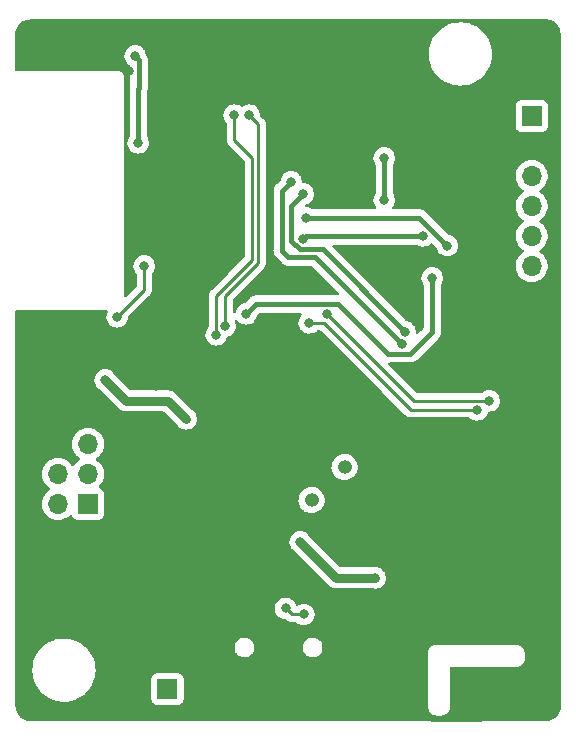
<source format=gbl>
G04 #@! TF.GenerationSoftware,KiCad,Pcbnew,6.0.7-f9a2dced07~116~ubuntu20.04.1*
G04 #@! TF.CreationDate,2022-12-02T22:22:49+05:00*
G04 #@! TF.ProjectId,smart light,736d6172-7420-46c6-9967-68742e6b6963,rev?*
G04 #@! TF.SameCoordinates,Original*
G04 #@! TF.FileFunction,Copper,L2,Bot*
G04 #@! TF.FilePolarity,Positive*
%FSLAX46Y46*%
G04 Gerber Fmt 4.6, Leading zero omitted, Abs format (unit mm)*
G04 Created by KiCad (PCBNEW 6.0.7-f9a2dced07~116~ubuntu20.04.1) date 2022-12-02 22:22:49*
%MOMM*%
%LPD*%
G01*
G04 APERTURE LIST*
G04 #@! TA.AperFunction,ComponentPad*
%ADD10R,1.700000X1.700000*%
G04 #@! TD*
G04 #@! TA.AperFunction,ComponentPad*
%ADD11O,1.700000X1.700000*%
G04 #@! TD*
G04 #@! TA.AperFunction,ComponentPad*
%ADD12C,0.400000*%
G04 #@! TD*
G04 #@! TA.AperFunction,ComponentPad*
%ADD13C,0.300000*%
G04 #@! TD*
G04 #@! TA.AperFunction,ComponentPad*
%ADD14O,1.600000X1.200000*%
G04 #@! TD*
G04 #@! TA.AperFunction,ComponentPad*
%ADD15O,1.200000X1.200000*%
G04 #@! TD*
G04 #@! TA.AperFunction,ComponentPad*
%ADD16O,1.000000X1.600000*%
G04 #@! TD*
G04 #@! TA.AperFunction,ComponentPad*
%ADD17O,1.000000X2.100000*%
G04 #@! TD*
G04 #@! TA.AperFunction,ViaPad*
%ADD18C,0.800000*%
G04 #@! TD*
G04 #@! TA.AperFunction,Conductor*
%ADD19C,0.450000*%
G04 #@! TD*
G04 #@! TA.AperFunction,Conductor*
%ADD20C,0.750000*%
G04 #@! TD*
G04 #@! TA.AperFunction,Conductor*
%ADD21C,0.250000*%
G04 #@! TD*
G04 APERTURE END LIST*
D10*
X144569418Y-83365460D03*
D11*
X142029418Y-83365460D03*
X144569418Y-80825460D03*
X142029418Y-80825460D03*
X144569418Y-78285460D03*
X142029418Y-78285460D03*
D12*
X153699418Y-59007960D03*
X153699418Y-57172960D03*
X154616918Y-59925460D03*
X154616918Y-58090460D03*
X154616918Y-56255460D03*
X155534418Y-59007960D03*
D13*
X155534418Y-57172960D03*
D12*
X156451918Y-59925460D03*
D13*
X156451918Y-58090460D03*
X156451918Y-56255460D03*
D12*
X157369418Y-59007960D03*
X157369418Y-57172960D03*
D10*
X151294418Y-99040460D03*
D11*
X148754418Y-99040460D03*
D10*
X182119418Y-50515460D03*
D11*
X182119418Y-53055460D03*
X182119418Y-55595460D03*
X182119418Y-58135460D03*
X182119418Y-60675460D03*
X182119418Y-63215460D03*
D14*
X160954418Y-80240460D03*
D15*
X166288418Y-80240460D03*
X163494418Y-83034460D03*
D16*
X165014418Y-99200460D03*
D17*
X165014418Y-95020460D03*
D16*
X156374418Y-99200460D03*
D17*
X156374418Y-95020460D03*
D18*
X148052418Y-63468460D03*
X150338418Y-73374460D03*
X181834418Y-83026460D03*
X167356418Y-62960460D03*
X157704418Y-70072460D03*
X157450418Y-58134460D03*
X183104418Y-74136460D03*
X143988418Y-71088460D03*
X149344418Y-78984460D03*
X152444418Y-58840460D03*
X153640418Y-58134460D03*
X162444418Y-90340460D03*
X154444418Y-61340460D03*
X139162418Y-68040460D03*
X178527418Y-98515460D03*
X145766418Y-86582460D03*
X156444418Y-61340460D03*
X148052418Y-46704460D03*
X155469418Y-81553460D03*
X179584418Y-78490460D03*
X148052418Y-71088460D03*
X168880418Y-89630460D03*
X162530418Y-86582460D03*
X152878418Y-76168460D03*
X146020418Y-72866460D03*
X157958418Y-67278460D03*
X173706418Y-64230460D03*
X148560418Y-45434460D03*
X148814418Y-52800460D03*
X162832717Y-92726759D03*
X161300119Y-92210161D03*
X172944418Y-60674460D03*
X162784418Y-60928460D03*
X174976418Y-61499960D03*
X163038418Y-59150460D03*
X178532418Y-74644460D03*
X164816418Y-67278460D03*
X163292418Y-68040460D03*
X177520717Y-75410759D03*
X169642418Y-54070460D03*
X169642418Y-57626460D03*
X171166418Y-69818460D03*
X161768418Y-56102460D03*
X162784418Y-57118460D03*
X171420418Y-68802460D03*
X155418418Y-69056460D03*
X156942418Y-50451960D03*
X156180418Y-68294460D03*
X158212418Y-50451960D03*
X147036418Y-67532460D03*
X149322418Y-63214460D03*
D19*
X173706418Y-101568460D02*
X177770418Y-101568460D01*
X171338418Y-99200460D02*
X173706418Y-101568460D01*
X165014418Y-99200460D02*
X171338418Y-99200460D01*
X178527418Y-100811460D02*
X178527418Y-98515460D01*
X177770418Y-101568460D02*
X178527418Y-100811460D01*
D20*
X162530418Y-86582460D02*
X165578418Y-89630460D01*
X151354418Y-74644460D02*
X152878418Y-76168460D01*
X165578418Y-89630460D02*
X168880418Y-89630460D01*
X146020418Y-72866460D02*
X147798418Y-74644460D01*
X147798418Y-74644460D02*
X151354418Y-74644460D01*
D19*
X169958929Y-70642971D02*
X171865907Y-70642971D01*
X165769907Y-66453949D02*
X169958929Y-70642971D01*
X173706418Y-68802460D02*
X173706418Y-64230460D01*
X173452418Y-69056460D02*
X173706418Y-68802460D01*
X158782929Y-66453949D02*
X165769907Y-66453949D01*
X171865907Y-70642971D02*
X173452418Y-69056460D01*
X157958418Y-67278460D02*
X158782929Y-66453949D01*
X148876929Y-48165949D02*
X148876929Y-45750971D01*
X148814418Y-48228460D02*
X148876929Y-48165949D01*
X148814418Y-52800460D02*
X148814418Y-48228460D01*
X148876929Y-45750971D02*
X148560418Y-45434460D01*
D21*
X161816717Y-92726759D02*
X161300119Y-92210161D01*
X162832717Y-92726759D02*
X161816717Y-92726759D01*
D19*
X163038418Y-60674460D02*
X162784418Y-60928460D01*
X172944418Y-60674460D02*
X163038418Y-60674460D01*
X172626918Y-59150460D02*
X163038418Y-59150460D01*
X174976418Y-61499960D02*
X172626918Y-59150460D01*
D21*
X178532418Y-74644460D02*
X172182418Y-74644460D01*
X172182418Y-74644460D02*
X164816418Y-67278460D01*
X169896418Y-73374460D02*
X164562418Y-68040460D01*
X177520717Y-75410759D02*
X171932717Y-75410759D01*
X164562418Y-68040460D02*
X163292418Y-68040460D01*
X171932717Y-75410759D02*
X169896418Y-73374460D01*
D19*
X169642418Y-57626460D02*
X169642418Y-54070460D01*
X161006418Y-61944460D02*
X161514418Y-62452460D01*
X161768418Y-56102460D02*
X161006418Y-56864460D01*
X161514418Y-62452460D02*
X163800418Y-62452460D01*
X163800418Y-62452460D02*
X171166418Y-69818460D01*
X161006418Y-56864460D02*
X161006418Y-61944460D01*
X164420898Y-61802940D02*
X171420418Y-68802460D01*
X161768418Y-61078496D02*
X162492862Y-61802940D01*
X161768418Y-58134460D02*
X161768418Y-61078496D01*
X162492862Y-61802940D02*
X164420898Y-61802940D01*
X162784418Y-57118460D02*
X161768418Y-58134460D01*
D21*
X156942418Y-52546460D02*
X156942418Y-50451960D01*
X155418418Y-65754460D02*
X158466418Y-62706460D01*
X158466418Y-54070460D02*
X156942418Y-52546460D01*
X155418418Y-69056460D02*
X155418418Y-65754460D01*
X158466418Y-62706460D02*
X158466418Y-54070460D01*
X156180418Y-65754460D02*
X158974418Y-62960460D01*
X158974418Y-62960460D02*
X158974418Y-51213960D01*
X156180418Y-68294460D02*
X156180418Y-65754460D01*
X158974418Y-51213960D02*
X158212418Y-50451960D01*
X149322418Y-65246460D02*
X147036418Y-67532460D01*
X149322418Y-63214460D02*
X149322418Y-65246460D01*
G04 #@! TA.AperFunction,Conductor*
G36*
X138401044Y-43436925D02*
G01*
X138402024Y-43427129D01*
X138404840Y-43398978D01*
X138410680Y-43371675D01*
X138515439Y-43057397D01*
X138519386Y-43047086D01*
X138528180Y-43026820D01*
X138537299Y-43009593D01*
X138630140Y-42862900D01*
X138641806Y-42847285D01*
X138756169Y-42716658D01*
X138770105Y-42703029D01*
X138903242Y-42591608D01*
X138919113Y-42580292D01*
X139067852Y-42490732D01*
X139085272Y-42482002D01*
X139121567Y-42467204D01*
X139246032Y-42416459D01*
X139264596Y-42410519D01*
X139433543Y-42370554D01*
X139452800Y-42367547D01*
X139565933Y-42358770D01*
X139594603Y-42356546D01*
X139611524Y-42357198D01*
X139611526Y-42357056D01*
X139620502Y-42357166D01*
X139629373Y-42358547D01*
X139638275Y-42357383D01*
X139638277Y-42357383D01*
X139660932Y-42354420D01*
X139677255Y-42353356D01*
X175842527Y-42349278D01*
X176085044Y-42349251D01*
X176098357Y-42353158D01*
X176126606Y-42349246D01*
X183087133Y-42348462D01*
X183091898Y-42348461D01*
X183094655Y-42348491D01*
X183162287Y-42349971D01*
X183170959Y-42347640D01*
X183176135Y-42346249D01*
X183201896Y-42342122D01*
X183350923Y-42333894D01*
X183370410Y-42334328D01*
X183543157Y-42351608D01*
X183562344Y-42355042D01*
X183730365Y-42398760D01*
X183748793Y-42405113D01*
X183908058Y-42474222D01*
X183925285Y-42483341D01*
X184071978Y-42576182D01*
X184087593Y-42587848D01*
X184218220Y-42702211D01*
X184231849Y-42716147D01*
X184343270Y-42849284D01*
X184354586Y-42865155D01*
X184444146Y-43013894D01*
X184452876Y-43031314D01*
X184518420Y-43192078D01*
X184524359Y-43210638D01*
X184552815Y-43330934D01*
X184564324Y-43379588D01*
X184567331Y-43398842D01*
X184576108Y-43511975D01*
X184578332Y-43540645D01*
X184577680Y-43557566D01*
X184577822Y-43557568D01*
X184577712Y-43566544D01*
X184576331Y-43575415D01*
X184577495Y-43584317D01*
X184577495Y-43584319D01*
X184578332Y-43590718D01*
X184580457Y-43606972D01*
X184581521Y-43623288D01*
X184586417Y-100232383D01*
X184586395Y-100234738D01*
X184585101Y-100303666D01*
X184587459Y-100312329D01*
X184587459Y-100312332D01*
X184588861Y-100317484D01*
X184593069Y-100343249D01*
X184601765Y-100492702D01*
X184601385Y-100512226D01*
X184586084Y-100669439D01*
X184580211Y-100697079D01*
X184464458Y-101044338D01*
X184451516Y-101071680D01*
X184360545Y-101216005D01*
X184348883Y-101231669D01*
X184343270Y-101238100D01*
X184234437Y-101362801D01*
X184220504Y-101376465D01*
X184087172Y-101488339D01*
X184071296Y-101499686D01*
X183922277Y-101589616D01*
X183904829Y-101598378D01*
X183748793Y-101662123D01*
X183743709Y-101664200D01*
X183725120Y-101670160D01*
X183555765Y-101710297D01*
X183536471Y-101713314D01*
X183394230Y-101724369D01*
X183377310Y-101723719D01*
X183377308Y-101723864D01*
X183368334Y-101723754D01*
X183359462Y-101722373D01*
X183327899Y-101726500D01*
X183311579Y-101727564D01*
X183238660Y-101727572D01*
X182086113Y-101727702D01*
X182086113Y-64578209D01*
X182091266Y-64577912D01*
X182091269Y-64577912D01*
X182186008Y-64572449D01*
X182309133Y-64565350D01*
X182314179Y-64564213D01*
X182314185Y-64564212D01*
X182402357Y-64544341D01*
X182527057Y-64516238D01*
X182734034Y-64432194D01*
X182816856Y-64381441D01*
X182920106Y-64318169D01*
X182924506Y-64315473D01*
X183093356Y-64169210D01*
X183236050Y-63997334D01*
X183348756Y-63804460D01*
X183350598Y-63799635D01*
X183350599Y-63799634D01*
X183353194Y-63792838D01*
X183428448Y-63595768D01*
X183429479Y-63590700D01*
X183429480Y-63590697D01*
X183451301Y-63483443D01*
X183472985Y-63376863D01*
X183473175Y-63371688D01*
X183473175Y-63371686D01*
X183480982Y-63158787D01*
X183480982Y-63158783D01*
X183481171Y-63153623D01*
X183480515Y-63148503D01*
X183480515Y-63148501D01*
X183453443Y-62937172D01*
X183453443Y-62937171D01*
X183452786Y-62932044D01*
X183451301Y-62927094D01*
X183390079Y-62723031D01*
X183390077Y-62723026D01*
X183388592Y-62718076D01*
X183290314Y-62517466D01*
X183160591Y-62335600D01*
X183153311Y-62328294D01*
X183017552Y-62192060D01*
X183002907Y-62177364D01*
X182920107Y-62117866D01*
X182821495Y-62047007D01*
X182822446Y-62045684D01*
X182779275Y-61998815D01*
X182767043Y-61928880D01*
X182794562Y-61863434D01*
X182826412Y-61835585D01*
X182924506Y-61775473D01*
X183093356Y-61629210D01*
X183236050Y-61457334D01*
X183348756Y-61264460D01*
X183350598Y-61259635D01*
X183350599Y-61259634D01*
X183353194Y-61252838D01*
X183428448Y-61055768D01*
X183429479Y-61050700D01*
X183429480Y-61050697D01*
X183451301Y-60943443D01*
X183472985Y-60836863D01*
X183473175Y-60831688D01*
X183473175Y-60831686D01*
X183480982Y-60618787D01*
X183480982Y-60618783D01*
X183481171Y-60613623D01*
X183480515Y-60608503D01*
X183480515Y-60608501D01*
X183453443Y-60397172D01*
X183453443Y-60397171D01*
X183452786Y-60392044D01*
X183451301Y-60387094D01*
X183390079Y-60183031D01*
X183390077Y-60183026D01*
X183388592Y-60178076D01*
X183290314Y-59977466D01*
X183160591Y-59795600D01*
X183153311Y-59788294D01*
X183017552Y-59652060D01*
X183002907Y-59637364D01*
X182920107Y-59577866D01*
X182821495Y-59507007D01*
X182822446Y-59505684D01*
X182779275Y-59458815D01*
X182767043Y-59388880D01*
X182794562Y-59323434D01*
X182826412Y-59295585D01*
X182924506Y-59235473D01*
X183093356Y-59089210D01*
X183236050Y-58917334D01*
X183348756Y-58724460D01*
X183350598Y-58719635D01*
X183350599Y-58719634D01*
X183353194Y-58712838D01*
X183428448Y-58515768D01*
X183429479Y-58510700D01*
X183429480Y-58510697D01*
X183451301Y-58403443D01*
X183472985Y-58296863D01*
X183473175Y-58291688D01*
X183473175Y-58291686D01*
X183480982Y-58078787D01*
X183480982Y-58078783D01*
X183481171Y-58073623D01*
X183480515Y-58068503D01*
X183480515Y-58068501D01*
X183453443Y-57857172D01*
X183453443Y-57857171D01*
X183452786Y-57852044D01*
X183451301Y-57847094D01*
X183390079Y-57643031D01*
X183390077Y-57643026D01*
X183388592Y-57638076D01*
X183290314Y-57437466D01*
X183160591Y-57255600D01*
X183153311Y-57248294D01*
X183017552Y-57112060D01*
X183002907Y-57097364D01*
X182920107Y-57037866D01*
X182821495Y-56967007D01*
X182822446Y-56965684D01*
X182779275Y-56918815D01*
X182767043Y-56848880D01*
X182794562Y-56783434D01*
X182826412Y-56755585D01*
X182924506Y-56695473D01*
X183093356Y-56549210D01*
X183236050Y-56377334D01*
X183348756Y-56184460D01*
X183350598Y-56179635D01*
X183350599Y-56179634D01*
X183353194Y-56172838D01*
X183428448Y-55975768D01*
X183429479Y-55970700D01*
X183429480Y-55970697D01*
X183451301Y-55863443D01*
X183472985Y-55756863D01*
X183473175Y-55751688D01*
X183473175Y-55751686D01*
X183480982Y-55538787D01*
X183480982Y-55538783D01*
X183481171Y-55533623D01*
X183480515Y-55528503D01*
X183480515Y-55528501D01*
X183453443Y-55317172D01*
X183453443Y-55317171D01*
X183452786Y-55312044D01*
X183451301Y-55307094D01*
X183390079Y-55103031D01*
X183390077Y-55103026D01*
X183388592Y-55098076D01*
X183290314Y-54897466D01*
X183160591Y-54715600D01*
X183153311Y-54708294D01*
X183017552Y-54572060D01*
X183017552Y-51873960D01*
X183079734Y-51867205D01*
X183216123Y-51816075D01*
X183332679Y-51728721D01*
X183420033Y-51612165D01*
X183471163Y-51475776D01*
X183477918Y-51413594D01*
X183477918Y-49617326D01*
X183471163Y-49555144D01*
X183420033Y-49418755D01*
X183332679Y-49302199D01*
X183216123Y-49214845D01*
X183079734Y-49163715D01*
X183017552Y-49156960D01*
X181221284Y-49156960D01*
X181159102Y-49163715D01*
X181022713Y-49214845D01*
X180906157Y-49302199D01*
X180818803Y-49418755D01*
X180767673Y-49555144D01*
X180760918Y-49617326D01*
X180760918Y-51413594D01*
X180767673Y-51475776D01*
X180818803Y-51612165D01*
X180906157Y-51728721D01*
X181022713Y-51816075D01*
X181159102Y-51867205D01*
X181221284Y-51873960D01*
X183017552Y-51873960D01*
X183017552Y-54572060D01*
X183002907Y-54557364D01*
X182920107Y-54497866D01*
X182825695Y-54430025D01*
X182821495Y-54427007D01*
X182779275Y-54406140D01*
X182625871Y-54330324D01*
X182625869Y-54330323D01*
X182621229Y-54328030D01*
X182407487Y-54263090D01*
X182186008Y-54233931D01*
X182119418Y-54232304D01*
X181896779Y-54250608D01*
X181680120Y-54305029D01*
X181475258Y-54394106D01*
X181358387Y-54469713D01*
X181292035Y-54512638D01*
X181292032Y-54512640D01*
X181287695Y-54515446D01*
X181122469Y-54665790D01*
X181119270Y-54669841D01*
X181119266Y-54669845D01*
X180987218Y-54837046D01*
X180987216Y-54837050D01*
X180984016Y-54841101D01*
X180960862Y-54883044D01*
X180936764Y-54926698D01*
X180876056Y-55036671D01*
X180874332Y-55041540D01*
X180874330Y-55041544D01*
X180803213Y-55242373D01*
X180803212Y-55242377D01*
X180801487Y-55247248D01*
X180800580Y-55252341D01*
X180800579Y-55252344D01*
X180763218Y-55462087D01*
X180763217Y-55462093D01*
X180762312Y-55467176D01*
X180761410Y-55541008D01*
X180759646Y-55685379D01*
X180759646Y-55685381D01*
X180759583Y-55690549D01*
X180793373Y-55911369D01*
X180862775Y-56123704D01*
X180965925Y-56321853D01*
X180969028Y-56325986D01*
X180969030Y-56325989D01*
X181086117Y-56481934D01*
X181100053Y-56500495D01*
X181103791Y-56504067D01*
X181234078Y-56628572D01*
X181261556Y-56654831D01*
X181419039Y-56762259D01*
X181464039Y-56817167D01*
X181472210Y-56887692D01*
X181440956Y-56951439D01*
X181416472Y-56972136D01*
X181292035Y-57052638D01*
X181292032Y-57052640D01*
X181287695Y-57055446D01*
X181122469Y-57205790D01*
X181119270Y-57209841D01*
X181119266Y-57209845D01*
X180987218Y-57377046D01*
X180987216Y-57377050D01*
X180984016Y-57381101D01*
X180960862Y-57423044D01*
X180936764Y-57466698D01*
X180876056Y-57576671D01*
X180874332Y-57581540D01*
X180874330Y-57581544D01*
X180803213Y-57782373D01*
X180803212Y-57782377D01*
X180801487Y-57787248D01*
X180800580Y-57792341D01*
X180800579Y-57792344D01*
X180763218Y-58002087D01*
X180763217Y-58002093D01*
X180762312Y-58007176D01*
X180761410Y-58081008D01*
X180759646Y-58225379D01*
X180759646Y-58225381D01*
X180759583Y-58230549D01*
X180793373Y-58451369D01*
X180862775Y-58663704D01*
X180965925Y-58861853D01*
X180969028Y-58865986D01*
X180969030Y-58865989D01*
X181086117Y-59021934D01*
X181100053Y-59040495D01*
X181103791Y-59044067D01*
X181234078Y-59168572D01*
X181261556Y-59194831D01*
X181419039Y-59302259D01*
X181464039Y-59357167D01*
X181472210Y-59427692D01*
X181440956Y-59491439D01*
X181416472Y-59512136D01*
X181292035Y-59592638D01*
X181292032Y-59592640D01*
X181287695Y-59595446D01*
X181122469Y-59745790D01*
X181119270Y-59749841D01*
X181119266Y-59749845D01*
X180987218Y-59917046D01*
X180987216Y-59917050D01*
X180984016Y-59921101D01*
X180960862Y-59963044D01*
X180936764Y-60006698D01*
X180876056Y-60116671D01*
X180874332Y-60121540D01*
X180874330Y-60121544D01*
X180803213Y-60322373D01*
X180803212Y-60322377D01*
X180801487Y-60327248D01*
X180800580Y-60332341D01*
X180800579Y-60332344D01*
X180763218Y-60542087D01*
X180763217Y-60542093D01*
X180762312Y-60547176D01*
X180761410Y-60621008D01*
X180759646Y-60765379D01*
X180759646Y-60765381D01*
X180759583Y-60770549D01*
X180793373Y-60991369D01*
X180862775Y-61203704D01*
X180965925Y-61401853D01*
X180969028Y-61405986D01*
X180969030Y-61405989D01*
X181086117Y-61561934D01*
X181100053Y-61580495D01*
X181103791Y-61584067D01*
X181234078Y-61708572D01*
X181261556Y-61734831D01*
X181419039Y-61842259D01*
X181464039Y-61897167D01*
X181472210Y-61967692D01*
X181440956Y-62031439D01*
X181416472Y-62052136D01*
X181292035Y-62132638D01*
X181292032Y-62132640D01*
X181287695Y-62135446D01*
X181122469Y-62285790D01*
X181119270Y-62289841D01*
X181119266Y-62289845D01*
X180987218Y-62457046D01*
X180987216Y-62457050D01*
X180984016Y-62461101D01*
X180960862Y-62503044D01*
X180936764Y-62546698D01*
X180876056Y-62656671D01*
X180874332Y-62661540D01*
X180874330Y-62661544D01*
X180803213Y-62862373D01*
X180803212Y-62862377D01*
X180801487Y-62867248D01*
X180800580Y-62872341D01*
X180800579Y-62872344D01*
X180763218Y-63082087D01*
X180763217Y-63082093D01*
X180762312Y-63087176D01*
X180761410Y-63161008D01*
X180759646Y-63305379D01*
X180759646Y-63305381D01*
X180759583Y-63310549D01*
X180793373Y-63531369D01*
X180862775Y-63743704D01*
X180965925Y-63941853D01*
X180969028Y-63945986D01*
X180969030Y-63945989D01*
X181086117Y-64101934D01*
X181100053Y-64120495D01*
X181103791Y-64124067D01*
X181234078Y-64248572D01*
X181261556Y-64274831D01*
X181265821Y-64277740D01*
X181265829Y-64277746D01*
X181351709Y-64336329D01*
X181446098Y-64400717D01*
X181648723Y-64494772D01*
X181863988Y-64554471D01*
X182086113Y-64578209D01*
X182086113Y-101727702D01*
X174294418Y-101728581D01*
X174294418Y-101332670D01*
X174303681Y-101331883D01*
X174463982Y-101318264D01*
X174470767Y-101317688D01*
X174642061Y-101273170D01*
X174646935Y-101270971D01*
X174793053Y-101205055D01*
X174803390Y-101200392D01*
X174807823Y-101197403D01*
X174807826Y-101197401D01*
X174833218Y-101180278D01*
X174950128Y-101101442D01*
X174953988Y-101097753D01*
X174953990Y-101097751D01*
X175008105Y-101046027D01*
X175013502Y-101041158D01*
X175019457Y-101036090D01*
X175027049Y-101031300D01*
X175032992Y-101024571D01*
X175032994Y-101024569D01*
X175040193Y-101016417D01*
X175055322Y-101001918D01*
X175070751Y-100989419D01*
X175079165Y-100980120D01*
X175083232Y-100973926D01*
X175094273Y-100957111D01*
X175105155Y-100942862D01*
X175117433Y-100928960D01*
X175117435Y-100928957D01*
X175123374Y-100922232D01*
X175135127Y-100897200D01*
X175143850Y-100881604D01*
X175159031Y-100858482D01*
X175161653Y-100849898D01*
X175161655Y-100849895D01*
X175167074Y-100832159D01*
X175173520Y-100815427D01*
X175181400Y-100798642D01*
X175185217Y-100790512D01*
X175189471Y-100763192D01*
X175193469Y-100745761D01*
X175198925Y-100727903D01*
X175198925Y-100727902D01*
X175201548Y-100719317D01*
X175201656Y-100710342D01*
X175201656Y-100710341D01*
X175201967Y-100684469D01*
X175202063Y-100682318D01*
X175202418Y-100680037D01*
X175202418Y-100647704D01*
X175202427Y-100646191D01*
X175203297Y-100573813D01*
X175202587Y-100571271D01*
X175202418Y-100568684D01*
X175202418Y-97274460D01*
X175222420Y-97206339D01*
X175276076Y-97159846D01*
X175328418Y-97148460D01*
X180887229Y-97148460D01*
X180888794Y-97148470D01*
X180960862Y-97149365D01*
X180969510Y-97146952D01*
X180991242Y-97140889D01*
X181007241Y-97137526D01*
X181022713Y-97135310D01*
X181038463Y-97133055D01*
X181046634Y-97129340D01*
X181046637Y-97129339D01*
X181059974Y-97123275D01*
X181078260Y-97116613D01*
X181092375Y-97112675D01*
X181092381Y-97112672D01*
X181101024Y-97110261D01*
X181119940Y-97098492D01*
X181127808Y-97093597D01*
X181142211Y-97085884D01*
X181170928Y-97072827D01*
X181177729Y-97066967D01*
X181188830Y-97057402D01*
X181204510Y-97045876D01*
X181224577Y-97033390D01*
X181234078Y-97025207D01*
X181237229Y-97021506D01*
X181237237Y-97021498D01*
X181248131Y-97008702D01*
X181252995Y-97003311D01*
X181255279Y-97000922D01*
X181264105Y-96992541D01*
X181274365Y-96983701D01*
X181274368Y-96983698D01*
X181281165Y-96977841D01*
X181286047Y-96970309D01*
X181291948Y-96963544D01*
X181292046Y-96963630D01*
X181297420Y-96956832D01*
X181355400Y-96896170D01*
X181358387Y-96891740D01*
X181446098Y-96761669D01*
X181454350Y-96749432D01*
X181456549Y-96744558D01*
X181456551Y-96744554D01*
X181499994Y-96648251D01*
X181527128Y-96588103D01*
X181571646Y-96416809D01*
X181572098Y-96411491D01*
X181572098Y-96411490D01*
X181586176Y-96245780D01*
X181586628Y-96240460D01*
X181586176Y-96235140D01*
X181572098Y-96069430D01*
X181572098Y-96069429D01*
X181571646Y-96064111D01*
X181527128Y-95892817D01*
X181499994Y-95832669D01*
X181456551Y-95736366D01*
X181456549Y-95736362D01*
X181454350Y-95731488D01*
X181446098Y-95719250D01*
X181358385Y-95589177D01*
X181355400Y-95584750D01*
X181299985Y-95526773D01*
X181295116Y-95521376D01*
X181290048Y-95515421D01*
X181285258Y-95507829D01*
X181278529Y-95501886D01*
X181278527Y-95501884D01*
X181270375Y-95494685D01*
X181255876Y-95479556D01*
X181243377Y-95464127D01*
X181234078Y-95455713D01*
X181211069Y-95440605D01*
X181196820Y-95429723D01*
X181182918Y-95417445D01*
X181182915Y-95417443D01*
X181176190Y-95411504D01*
X181151158Y-95399751D01*
X181135562Y-95391028D01*
X181112440Y-95375847D01*
X181103856Y-95373225D01*
X181103853Y-95373223D01*
X181086117Y-95367804D01*
X181069385Y-95361358D01*
X181052600Y-95353478D01*
X181044470Y-95349661D01*
X181017150Y-95345407D01*
X180999719Y-95341409D01*
X180981861Y-95335953D01*
X180981860Y-95335953D01*
X180973275Y-95333330D01*
X180938427Y-95332911D01*
X180936276Y-95332815D01*
X180933995Y-95332460D01*
X180901662Y-95332460D01*
X180900148Y-95332451D01*
X180887229Y-95332296D01*
X180827771Y-95331581D01*
X180825229Y-95332291D01*
X180822642Y-95332460D01*
X177520717Y-95332460D01*
X177520717Y-76324263D01*
X177710645Y-76304301D01*
X177892273Y-76245286D01*
X178057661Y-76149799D01*
X178062568Y-76145381D01*
X178062569Y-76145380D01*
X178194672Y-76026434D01*
X178199583Y-76022012D01*
X178311835Y-75867511D01*
X178314519Y-75861483D01*
X178314520Y-75861481D01*
X178349053Y-75783918D01*
X178389511Y-75693047D01*
X178390883Y-75686592D01*
X178390886Y-75686583D01*
X178397158Y-75657076D01*
X178430886Y-75594603D01*
X178493036Y-75560282D01*
X178520404Y-75557274D01*
X178525853Y-75557274D01*
X178532418Y-75557964D01*
X178722346Y-75538002D01*
X178903974Y-75478987D01*
X179069362Y-75383500D01*
X179211284Y-75255713D01*
X179323536Y-75101212D01*
X179326220Y-75095184D01*
X179326221Y-75095182D01*
X179398527Y-74932779D01*
X179401212Y-74926748D01*
X179421065Y-74833348D01*
X179439546Y-74746404D01*
X179439546Y-74746399D01*
X179440918Y-74739947D01*
X179440918Y-74548973D01*
X179439546Y-74542521D01*
X179439546Y-74542516D01*
X179421065Y-74455573D01*
X179401212Y-74362172D01*
X179398527Y-74356141D01*
X179326221Y-74193738D01*
X179326220Y-74193736D01*
X179323536Y-74187708D01*
X179211284Y-74033207D01*
X179069362Y-73905420D01*
X178903974Y-73809933D01*
X178722346Y-73750918D01*
X178532418Y-73730956D01*
X178446321Y-73740005D01*
X178349053Y-73750228D01*
X178349051Y-73750228D01*
X178342490Y-73750918D01*
X178160862Y-73809933D01*
X177995474Y-73905420D01*
X177914203Y-73978597D01*
X177850197Y-74009313D01*
X177829894Y-74010960D01*
X176066393Y-74010960D01*
X176066393Y-47953197D01*
X176094418Y-47951802D01*
X176388090Y-47937182D01*
X176391823Y-47936541D01*
X176391828Y-47936540D01*
X176467713Y-47923500D01*
X176705534Y-47882635D01*
X176709173Y-47881547D01*
X176709176Y-47881546D01*
X176978870Y-47800890D01*
X177014125Y-47790347D01*
X177309394Y-47661654D01*
X177312665Y-47659731D01*
X177312669Y-47659729D01*
X177583793Y-47500343D01*
X177583801Y-47500338D01*
X177587063Y-47498420D01*
X177590078Y-47496119D01*
X177749749Y-47374262D01*
X177843111Y-47303011D01*
X177845830Y-47300363D01*
X177845835Y-47300358D01*
X178057661Y-47094006D01*
X178073829Y-47078256D01*
X178076209Y-47075302D01*
X178076211Y-47075299D01*
X178167147Y-46962398D01*
X178275874Y-46827410D01*
X178277882Y-46824190D01*
X178444309Y-46557336D01*
X178444313Y-46557329D01*
X178446321Y-46554109D01*
X178582699Y-46262310D01*
X178583882Y-46258700D01*
X178583884Y-46258696D01*
X178681855Y-45959838D01*
X178683034Y-45956241D01*
X178745871Y-45640334D01*
X178746158Y-45636562D01*
X178746159Y-45636554D01*
X178770015Y-45322943D01*
X178770015Y-45322938D01*
X178770302Y-45319166D01*
X178755971Y-44997389D01*
X178703088Y-44679665D01*
X178702022Y-44676031D01*
X178702021Y-44676027D01*
X178613485Y-44374237D01*
X178613482Y-44374229D01*
X178612416Y-44370595D01*
X178485271Y-44074656D01*
X178483367Y-44071379D01*
X178483364Y-44071372D01*
X178342490Y-43828842D01*
X178323493Y-43796136D01*
X178129427Y-43539068D01*
X177990571Y-43395027D01*
X177908516Y-43309908D01*
X177908513Y-43309906D01*
X177905883Y-43307177D01*
X177902943Y-43304783D01*
X177902937Y-43304778D01*
X177659040Y-43106215D01*
X177659036Y-43106212D01*
X177656099Y-43103821D01*
X177383694Y-42931946D01*
X177092613Y-42794042D01*
X176787073Y-42692106D01*
X176471500Y-42627615D01*
X176150464Y-42601503D01*
X176125301Y-42601239D01*
X176112957Y-42597473D01*
X176092640Y-42601023D01*
X175776684Y-42620071D01*
X175776680Y-42620071D01*
X175772906Y-42620299D01*
X175763655Y-42621988D01*
X175513362Y-42667700D01*
X175456051Y-42678167D01*
X175148444Y-42773682D01*
X174854539Y-42905460D01*
X174578594Y-43071592D01*
X174575610Y-43073919D01*
X174575603Y-43073924D01*
X174327601Y-43267336D01*
X174327598Y-43267338D01*
X174324606Y-43269672D01*
X174096254Y-43496831D01*
X173896847Y-43749778D01*
X173729272Y-44024850D01*
X173595957Y-44318061D01*
X173498833Y-44625164D01*
X173462051Y-44820763D01*
X173440007Y-44937987D01*
X173440006Y-44937992D01*
X173439307Y-44941711D01*
X173418241Y-45263117D01*
X173418449Y-45266897D01*
X173418449Y-45266898D01*
X173422203Y-45335111D01*
X173435940Y-45584726D01*
X173436601Y-45588453D01*
X173436601Y-45588457D01*
X173467911Y-45765123D01*
X173492148Y-45901880D01*
X173493253Y-45905505D01*
X173493254Y-45905510D01*
X173536551Y-46047570D01*
X173586051Y-46209983D01*
X173587582Y-46213447D01*
X173587585Y-46213454D01*
X173623284Y-46294203D01*
X173716288Y-46504574D01*
X173718224Y-46507828D01*
X173718227Y-46507834D01*
X173879034Y-46778126D01*
X173880973Y-46781385D01*
X173883288Y-46784386D01*
X173883291Y-46784390D01*
X173941901Y-46860359D01*
X174077721Y-47036407D01*
X174110309Y-47069511D01*
X174293669Y-47255774D01*
X174303681Y-47265945D01*
X174555581Y-47466674D01*
X174829771Y-47635687D01*
X175122280Y-47770535D01*
X175125880Y-47771694D01*
X175125887Y-47771697D01*
X175341689Y-47841191D01*
X175428871Y-47869266D01*
X175432587Y-47869985D01*
X175432595Y-47869987D01*
X175741383Y-47929730D01*
X175741392Y-47929731D01*
X175745102Y-47930449D01*
X175748878Y-47930716D01*
X175748883Y-47930717D01*
X176062604Y-47952929D01*
X176066393Y-47953197D01*
X176066393Y-74010960D01*
X172497012Y-74010960D01*
X172428891Y-73990958D01*
X172407917Y-73974055D01*
X170025428Y-71591566D01*
X169991402Y-71529254D01*
X169996467Y-71458439D01*
X170039014Y-71401603D01*
X170105534Y-71376792D01*
X170114523Y-71376471D01*
X171800741Y-71376471D01*
X171819690Y-71377904D01*
X171840134Y-71381014D01*
X171847426Y-71380421D01*
X171847429Y-71380421D01*
X171890886Y-71376886D01*
X171901101Y-71376471D01*
X171908733Y-71376471D01*
X171912352Y-71376049D01*
X171912371Y-71376048D01*
X171935976Y-71373296D01*
X171940342Y-71372864D01*
X172010611Y-71367148D01*
X172017580Y-71364890D01*
X172023100Y-71363787D01*
X172028525Y-71362505D01*
X172035797Y-71361657D01*
X172099284Y-71338612D01*
X172102103Y-71337589D01*
X172106263Y-71336161D01*
X172166365Y-71316691D01*
X172166369Y-71316689D01*
X172173327Y-71314435D01*
X172179579Y-71310641D01*
X172184695Y-71308299D01*
X172189696Y-71305795D01*
X172196574Y-71303298D01*
X172202691Y-71299288D01*
X172202696Y-71299285D01*
X172255561Y-71264624D01*
X172259283Y-71262276D01*
X172319552Y-71225704D01*
X172323755Y-71221992D01*
X172327662Y-71218542D01*
X172327677Y-71218559D01*
X172330987Y-71215625D01*
X172333494Y-71213529D01*
X172339613Y-71209517D01*
X172344645Y-71204205D01*
X172391073Y-71155195D01*
X172393451Y-71152753D01*
X173914173Y-69632031D01*
X174178995Y-69367208D01*
X174193409Y-69354820D01*
X174204171Y-69346901D01*
X174204174Y-69346898D01*
X174210069Y-69342560D01*
X174214812Y-69336977D01*
X174243049Y-69303740D01*
X174249979Y-69296224D01*
X174255363Y-69290840D01*
X174257638Y-69287964D01*
X174257642Y-69287960D01*
X174272363Y-69269354D01*
X174275134Y-69265974D01*
X174320810Y-69212209D01*
X174324140Y-69205688D01*
X174327244Y-69201033D01*
X174330189Y-69196265D01*
X174334736Y-69190518D01*
X174337838Y-69183882D01*
X174337838Y-69183881D01*
X174364589Y-69126643D01*
X174366517Y-69122697D01*
X174398594Y-69059878D01*
X174400334Y-69052767D01*
X174402287Y-69047515D01*
X174404056Y-69042197D01*
X174407156Y-69035565D01*
X174421519Y-68966513D01*
X174422489Y-68962229D01*
X174439248Y-68893739D01*
X174439596Y-68888137D01*
X174439596Y-68888134D01*
X174439918Y-68882940D01*
X174439942Y-68882941D01*
X174440206Y-68878526D01*
X174440496Y-68875276D01*
X174441987Y-68868108D01*
X174439964Y-68793337D01*
X174439918Y-68789929D01*
X174439918Y-64807456D01*
X174459920Y-64739335D01*
X174463982Y-64733395D01*
X174475934Y-64716944D01*
X174497536Y-64687212D01*
X174500220Y-64681184D01*
X174500221Y-64681182D01*
X174572527Y-64518779D01*
X174575212Y-64512748D01*
X174595065Y-64419348D01*
X174613546Y-64332404D01*
X174613546Y-64332399D01*
X174614918Y-64325947D01*
X174614918Y-64134973D01*
X174613546Y-64128521D01*
X174613546Y-64128516D01*
X174595065Y-64041572D01*
X174575212Y-63948172D01*
X174572527Y-63942141D01*
X174500221Y-63779738D01*
X174500220Y-63779736D01*
X174497536Y-63773708D01*
X174475934Y-63743975D01*
X174434566Y-63687038D01*
X174385284Y-63619207D01*
X174366520Y-63602312D01*
X174248270Y-63495839D01*
X174248269Y-63495838D01*
X174243362Y-63491420D01*
X174077974Y-63395933D01*
X173896346Y-63336918D01*
X173761274Y-63322721D01*
X173712983Y-63317646D01*
X173706418Y-63316956D01*
X173652613Y-63322611D01*
X173523053Y-63336228D01*
X173523051Y-63336228D01*
X173516490Y-63336918D01*
X173334862Y-63395933D01*
X173169474Y-63491420D01*
X173140624Y-63517396D01*
X173032463Y-63614785D01*
X173032462Y-63614786D01*
X173027552Y-63619207D01*
X172944418Y-63733631D01*
X172919181Y-63768366D01*
X172919180Y-63768367D01*
X172915300Y-63773708D01*
X172912616Y-63779736D01*
X172912615Y-63779738D01*
X172840309Y-63942141D01*
X172840309Y-63942142D01*
X172837624Y-63948172D01*
X172817771Y-64041572D01*
X172799290Y-64128516D01*
X172799290Y-64128521D01*
X172797918Y-64134973D01*
X172797918Y-64325947D01*
X172799290Y-64332399D01*
X172799290Y-64332404D01*
X172817771Y-64419347D01*
X172837624Y-64512748D01*
X172840309Y-64518778D01*
X172840309Y-64518779D01*
X172912615Y-64681182D01*
X172912616Y-64681184D01*
X172915300Y-64687212D01*
X172919180Y-64692553D01*
X172919181Y-64692554D01*
X172948854Y-64733395D01*
X172972712Y-64800263D01*
X172972918Y-64807456D01*
X172972918Y-68446443D01*
X172952916Y-68514564D01*
X172936014Y-68535538D01*
X172748212Y-68723340D01*
X172544013Y-68927540D01*
X172481701Y-68961564D01*
X172410886Y-68956500D01*
X172354050Y-68913953D01*
X172329239Y-68847433D01*
X172328918Y-68838444D01*
X172328918Y-68706973D01*
X172327546Y-68700521D01*
X172327546Y-68700516D01*
X172309065Y-68613573D01*
X172289212Y-68520172D01*
X172255561Y-68444590D01*
X172214221Y-68351738D01*
X172214220Y-68351736D01*
X172211536Y-68345708D01*
X172196574Y-68325114D01*
X172104170Y-68197932D01*
X172099284Y-68191207D01*
X172023100Y-68122611D01*
X171962270Y-68067839D01*
X171962269Y-68067838D01*
X171957362Y-68063420D01*
X171804106Y-67974937D01*
X171797697Y-67971237D01*
X171797696Y-67971236D01*
X171791974Y-67967933D01*
X171610346Y-67908918D01*
X171603776Y-67908228D01*
X171603769Y-67908226D01*
X171603149Y-67908161D01*
X171602814Y-67908023D01*
X171597318Y-67906855D01*
X171597532Y-67905850D01*
X171537494Y-67881145D01*
X171527230Y-67871947D01*
X165278338Y-61623055D01*
X165244312Y-61560743D01*
X165249377Y-61489928D01*
X165291924Y-61433092D01*
X165358444Y-61408281D01*
X165367433Y-61407960D01*
X172364117Y-61407960D01*
X172427117Y-61424841D01*
X172572862Y-61508987D01*
X172754490Y-61568002D01*
X172761051Y-61568692D01*
X172761053Y-61568692D01*
X172871938Y-61580346D01*
X172944418Y-61587964D01*
X172950983Y-61587274D01*
X173120689Y-61569437D01*
X173134346Y-61568002D01*
X173315974Y-61508987D01*
X173481362Y-61413500D01*
X173587872Y-61317598D01*
X173651876Y-61286883D01*
X173722329Y-61295646D01*
X173761274Y-61322141D01*
X174050525Y-61611392D01*
X174084676Y-61674289D01*
X174107624Y-61782248D01*
X174110309Y-61788278D01*
X174110309Y-61788279D01*
X174182615Y-61950682D01*
X174182616Y-61950684D01*
X174185300Y-61956712D01*
X174189180Y-61962053D01*
X174189181Y-61962054D01*
X174214812Y-61997332D01*
X174297552Y-62111213D01*
X174302462Y-62115634D01*
X174302463Y-62115635D01*
X174408646Y-62211242D01*
X174439474Y-62239000D01*
X174604862Y-62334487D01*
X174786490Y-62393502D01*
X174793051Y-62394192D01*
X174793053Y-62394192D01*
X174826542Y-62397712D01*
X174976418Y-62413464D01*
X174982983Y-62412774D01*
X175154106Y-62394788D01*
X175166346Y-62393502D01*
X175347974Y-62334487D01*
X175513362Y-62239000D01*
X175655284Y-62111213D01*
X175767536Y-61956712D01*
X175770220Y-61950684D01*
X175770221Y-61950682D01*
X175835467Y-61804136D01*
X175845212Y-61782248D01*
X175865065Y-61688847D01*
X175883546Y-61601904D01*
X175883546Y-61601899D01*
X175884918Y-61595447D01*
X175884918Y-61404473D01*
X175883546Y-61398021D01*
X175883546Y-61398016D01*
X175865065Y-61311073D01*
X175845212Y-61217672D01*
X175835467Y-61195784D01*
X175770221Y-61049238D01*
X175770220Y-61049236D01*
X175767536Y-61043208D01*
X175655284Y-60888707D01*
X175513362Y-60760920D01*
X175347974Y-60665433D01*
X175203212Y-60618397D01*
X175172631Y-60608460D01*
X175172630Y-60608460D01*
X175166346Y-60606418D01*
X175159163Y-60605663D01*
X175158832Y-60605527D01*
X175153318Y-60604355D01*
X175153532Y-60603347D01*
X175093506Y-60578655D01*
X175083232Y-60569448D01*
X173191663Y-58677879D01*
X173179276Y-58663466D01*
X173171359Y-58652708D01*
X173167018Y-58646809D01*
X173128205Y-58613835D01*
X173120689Y-58606905D01*
X173115298Y-58601514D01*
X173093794Y-58584501D01*
X173090408Y-58581724D01*
X173042251Y-58540811D01*
X173042246Y-58540807D01*
X173036667Y-58536068D01*
X173030145Y-58532738D01*
X173025467Y-58529618D01*
X173020713Y-58526682D01*
X173014975Y-58522142D01*
X172951064Y-58492271D01*
X172947157Y-58490361D01*
X172884336Y-58458284D01*
X172877224Y-58456544D01*
X172871938Y-58454578D01*
X172866653Y-58452820D01*
X172860023Y-58449721D01*
X172790950Y-58435354D01*
X172786666Y-58434384D01*
X172754490Y-58426511D01*
X172718197Y-58417630D01*
X172707398Y-58416960D01*
X172707399Y-58416936D01*
X172702983Y-58416672D01*
X172699734Y-58416382D01*
X172692566Y-58414891D01*
X172617778Y-58416914D01*
X172614372Y-58416960D01*
X170438342Y-58416960D01*
X170370221Y-58396958D01*
X170323728Y-58343302D01*
X170313624Y-58273028D01*
X170336406Y-58216900D01*
X170433536Y-58083212D01*
X170436220Y-58077184D01*
X170436221Y-58077182D01*
X170508527Y-57914779D01*
X170511212Y-57908748D01*
X170531065Y-57815347D01*
X170549546Y-57728404D01*
X170549546Y-57728399D01*
X170550918Y-57721947D01*
X170550918Y-57530973D01*
X170549546Y-57524521D01*
X170549546Y-57524516D01*
X170531065Y-57437572D01*
X170511212Y-57344172D01*
X170508527Y-57338141D01*
X170436221Y-57175738D01*
X170436220Y-57175736D01*
X170433536Y-57169708D01*
X170399982Y-57123525D01*
X170376124Y-57056657D01*
X170375918Y-57049464D01*
X170375918Y-54647456D01*
X170395920Y-54579335D01*
X170399982Y-54573395D01*
X170433536Y-54527212D01*
X170436220Y-54521184D01*
X170436221Y-54521182D01*
X170508527Y-54358779D01*
X170511212Y-54352748D01*
X170531065Y-54259347D01*
X170549546Y-54172404D01*
X170549546Y-54172399D01*
X170550918Y-54165947D01*
X170550918Y-53974973D01*
X170549546Y-53968521D01*
X170549546Y-53968516D01*
X170531065Y-53881572D01*
X170511212Y-53788172D01*
X170508527Y-53782141D01*
X170436221Y-53619738D01*
X170436220Y-53619736D01*
X170433536Y-53613708D01*
X170321284Y-53459207D01*
X170179362Y-53331420D01*
X170013974Y-53235933D01*
X169832346Y-53176918D01*
X169788918Y-53172353D01*
X169648983Y-53157646D01*
X169642418Y-53156956D01*
X169635853Y-53157646D01*
X169459053Y-53176228D01*
X169459051Y-53176228D01*
X169452490Y-53176918D01*
X169270862Y-53235933D01*
X169105474Y-53331420D01*
X169076624Y-53357396D01*
X168968463Y-53454785D01*
X168968462Y-53454786D01*
X168963552Y-53459207D01*
X168880418Y-53573631D01*
X168855181Y-53608366D01*
X168855180Y-53608367D01*
X168851300Y-53613708D01*
X168848616Y-53619736D01*
X168848615Y-53619738D01*
X168776309Y-53782141D01*
X168776309Y-53782142D01*
X168773624Y-53788172D01*
X168753771Y-53881573D01*
X168735290Y-53968516D01*
X168735290Y-53968521D01*
X168733918Y-53974973D01*
X168733918Y-54165947D01*
X168735290Y-54172399D01*
X168735290Y-54172404D01*
X168753771Y-54259347D01*
X168773624Y-54352748D01*
X168776309Y-54358778D01*
X168776309Y-54358779D01*
X168848615Y-54521182D01*
X168848616Y-54521184D01*
X168851300Y-54527212D01*
X168855180Y-54532553D01*
X168855181Y-54532554D01*
X168884854Y-54573395D01*
X168908712Y-54640263D01*
X168908918Y-54647456D01*
X168908918Y-57049464D01*
X168888916Y-57117585D01*
X168884854Y-57123525D01*
X168855181Y-57164366D01*
X168855180Y-57164367D01*
X168851300Y-57169708D01*
X168848616Y-57175736D01*
X168848615Y-57175738D01*
X168776309Y-57338141D01*
X168776309Y-57338142D01*
X168773624Y-57344172D01*
X168753771Y-57437573D01*
X168735290Y-57524516D01*
X168735290Y-57524521D01*
X168733918Y-57530973D01*
X168733918Y-57721947D01*
X168735290Y-57728399D01*
X168735290Y-57728404D01*
X168753771Y-57815347D01*
X168773624Y-57908748D01*
X168776309Y-57914778D01*
X168776309Y-57914779D01*
X168848615Y-58077182D01*
X168848616Y-58077184D01*
X168851300Y-58083212D01*
X168855180Y-58088553D01*
X168855181Y-58088554D01*
X168880418Y-58123289D01*
X168908712Y-58162232D01*
X168948430Y-58216899D01*
X168972288Y-58283766D01*
X168956208Y-58352918D01*
X168905294Y-58402398D01*
X168846494Y-58416960D01*
X163618719Y-58416960D01*
X163555719Y-58400079D01*
X163415697Y-58319237D01*
X163415696Y-58319236D01*
X163409974Y-58315933D01*
X163228346Y-58256918D01*
X163213167Y-58255322D01*
X163056422Y-58238848D01*
X162990766Y-58211835D01*
X162950136Y-58153613D01*
X162947433Y-58082668D01*
X162983515Y-58021524D01*
X163030656Y-57993706D01*
X163155974Y-57952987D01*
X163321362Y-57857500D01*
X163326269Y-57853082D01*
X163326270Y-57853081D01*
X163458373Y-57734135D01*
X163463284Y-57729713D01*
X163575536Y-57575212D01*
X163578220Y-57569184D01*
X163578221Y-57569182D01*
X163650527Y-57406779D01*
X163653212Y-57400748D01*
X163673065Y-57307348D01*
X163691546Y-57220404D01*
X163691546Y-57220399D01*
X163692918Y-57213947D01*
X163692918Y-57022973D01*
X163691546Y-57016521D01*
X163691546Y-57016516D01*
X163673065Y-56929573D01*
X163653212Y-56836172D01*
X163650527Y-56830141D01*
X163578221Y-56667738D01*
X163578220Y-56667736D01*
X163575536Y-56661708D01*
X163463284Y-56507207D01*
X163458373Y-56502785D01*
X163326270Y-56383839D01*
X163326269Y-56383838D01*
X163321362Y-56379420D01*
X163155974Y-56283933D01*
X162974346Y-56224918D01*
X162920862Y-56219296D01*
X162789747Y-56205516D01*
X162724091Y-56178503D01*
X162683461Y-56120281D01*
X162676918Y-56080206D01*
X162676918Y-56006973D01*
X162675546Y-56000521D01*
X162675546Y-56000516D01*
X162657065Y-55913572D01*
X162637212Y-55820172D01*
X162621932Y-55785852D01*
X162562221Y-55651738D01*
X162562220Y-55651736D01*
X162559536Y-55645708D01*
X162536983Y-55614666D01*
X162455438Y-55502430D01*
X162447284Y-55491207D01*
X162442373Y-55486785D01*
X162310270Y-55367839D01*
X162310269Y-55367838D01*
X162305362Y-55363420D01*
X162139974Y-55267933D01*
X161958346Y-55208918D01*
X161847669Y-55197285D01*
X161774983Y-55189646D01*
X161768418Y-55188956D01*
X161671675Y-55199124D01*
X161585053Y-55208228D01*
X161585051Y-55208228D01*
X161578490Y-55208918D01*
X161396862Y-55267933D01*
X161339177Y-55301237D01*
X161288478Y-55330509D01*
X161231474Y-55363420D01*
X161110191Y-55472623D01*
X161094463Y-55486785D01*
X161094462Y-55486786D01*
X161089552Y-55491207D01*
X160977300Y-55645708D01*
X160974616Y-55651736D01*
X160974615Y-55651738D01*
X160902309Y-55814141D01*
X160902309Y-55814142D01*
X160899624Y-55820172D01*
X160876677Y-55928128D01*
X160842526Y-55991026D01*
X160533838Y-56299715D01*
X160519424Y-56312102D01*
X160508666Y-56320019D01*
X160502767Y-56324360D01*
X160469787Y-56363180D01*
X160462857Y-56370696D01*
X160457473Y-56376080D01*
X160455210Y-56378941D01*
X160455205Y-56378946D01*
X160440485Y-56397552D01*
X160437696Y-56400953D01*
X160396769Y-56449128D01*
X160396768Y-56449129D01*
X160392026Y-56454711D01*
X160388695Y-56461234D01*
X160385576Y-56465911D01*
X160382640Y-56470665D01*
X160378100Y-56476403D01*
X160348229Y-56540313D01*
X160346319Y-56544221D01*
X160314242Y-56607042D01*
X160312502Y-56614154D01*
X160310536Y-56619440D01*
X160308778Y-56624725D01*
X160305679Y-56631355D01*
X160291312Y-56700428D01*
X160290342Y-56704712D01*
X160273588Y-56773181D01*
X160273240Y-56778783D01*
X160273240Y-56778786D01*
X160272918Y-56783980D01*
X160272894Y-56783979D01*
X160272630Y-56788394D01*
X160272340Y-56791644D01*
X160270849Y-56798812D01*
X160272503Y-56859944D01*
X160272872Y-56873583D01*
X160272918Y-56876991D01*
X160272918Y-61879294D01*
X160271485Y-61898244D01*
X160269475Y-61911453D01*
X160269475Y-61911457D01*
X160268375Y-61918687D01*
X160268968Y-61925979D01*
X160268968Y-61925983D01*
X160272503Y-61969441D01*
X160272918Y-61979655D01*
X160272918Y-61987286D01*
X160273342Y-61990920D01*
X160273342Y-61990926D01*
X160274799Y-62003421D01*
X160276093Y-62014518D01*
X160276523Y-62018866D01*
X160282241Y-62089165D01*
X160284497Y-62096129D01*
X160285595Y-62101625D01*
X160286884Y-62107078D01*
X160287732Y-62114350D01*
X160311802Y-62180662D01*
X160313220Y-62184793D01*
X160317571Y-62198223D01*
X160332699Y-62244922D01*
X160332701Y-62244926D01*
X160334954Y-62251881D01*
X160338746Y-62258131D01*
X160341089Y-62263248D01*
X160343596Y-62268255D01*
X160346091Y-62275127D01*
X160350099Y-62281240D01*
X160350101Y-62281244D01*
X160384771Y-62334123D01*
X160387118Y-62337844D01*
X160420771Y-62393303D01*
X160423685Y-62398105D01*
X160430848Y-62406215D01*
X160430830Y-62406231D01*
X160433760Y-62409535D01*
X160435859Y-62412046D01*
X160439872Y-62418166D01*
X160445184Y-62423198D01*
X160494213Y-62469644D01*
X160496655Y-62472022D01*
X160949670Y-62925037D01*
X160962057Y-62939449D01*
X160974318Y-62956111D01*
X161003549Y-62980945D01*
X161013138Y-62989091D01*
X161020654Y-62996021D01*
X161026038Y-63001405D01*
X161028899Y-63003668D01*
X161028904Y-63003673D01*
X161047509Y-63018392D01*
X161050911Y-63021181D01*
X161099090Y-63062113D01*
X161099094Y-63062116D01*
X161104669Y-63066852D01*
X161111190Y-63070181D01*
X161115869Y-63073302D01*
X161120623Y-63076238D01*
X161126361Y-63080778D01*
X161132988Y-63083875D01*
X161132989Y-63083876D01*
X161190272Y-63110649D01*
X161194179Y-63112559D01*
X161257000Y-63144636D01*
X161264112Y-63146376D01*
X161269398Y-63148342D01*
X161274683Y-63150100D01*
X161281313Y-63153199D01*
X161306684Y-63158476D01*
X161350381Y-63167565D01*
X161354665Y-63168535D01*
X161423139Y-63185290D01*
X161433938Y-63185960D01*
X161433937Y-63185984D01*
X161438352Y-63186248D01*
X161441602Y-63186538D01*
X161448770Y-63188029D01*
X161490047Y-63186912D01*
X161523541Y-63186006D01*
X161526949Y-63185960D01*
X163444402Y-63185960D01*
X163512523Y-63205962D01*
X163533497Y-63222865D01*
X165815986Y-65505354D01*
X165850012Y-65567666D01*
X165844947Y-65638481D01*
X165802400Y-65695317D01*
X165735880Y-65720128D01*
X165726891Y-65720449D01*
X158848103Y-65720449D01*
X158829152Y-65719016D01*
X158815936Y-65717005D01*
X158815933Y-65717005D01*
X158808703Y-65715905D01*
X158757942Y-65720034D01*
X158747727Y-65720449D01*
X158740103Y-65720449D01*
X158712863Y-65723625D01*
X158708523Y-65724054D01*
X158645522Y-65729178D01*
X158645518Y-65729179D01*
X158638225Y-65729772D01*
X158631261Y-65732028D01*
X158625746Y-65733130D01*
X158620307Y-65734416D01*
X158613039Y-65735263D01*
X158606161Y-65737760D01*
X158606155Y-65737761D01*
X158546732Y-65759331D01*
X158542629Y-65760741D01*
X158475509Y-65782484D01*
X158469246Y-65786284D01*
X158464130Y-65788627D01*
X158459141Y-65791125D01*
X158452262Y-65793622D01*
X158393286Y-65832288D01*
X158389568Y-65834634D01*
X158334086Y-65868302D01*
X158329284Y-65871216D01*
X158321174Y-65878378D01*
X158321159Y-65878361D01*
X158317851Y-65881294D01*
X158315346Y-65883388D01*
X158309223Y-65887403D01*
X158267260Y-65931700D01*
X158257797Y-65941690D01*
X158255419Y-65944134D01*
X157851604Y-66347948D01*
X157789292Y-66381973D01*
X157775683Y-66384161D01*
X157775063Y-66384226D01*
X157775053Y-66384228D01*
X157768490Y-66384918D01*
X157586862Y-66443933D01*
X157577418Y-66449385D01*
X157427192Y-66536119D01*
X157421474Y-66539420D01*
X157279552Y-66667207D01*
X157197261Y-66780470D01*
X157171181Y-66816366D01*
X157171180Y-66816367D01*
X157167300Y-66821708D01*
X157164616Y-66827736D01*
X157164615Y-66827738D01*
X157092309Y-66990141D01*
X157092309Y-66990142D01*
X157089624Y-66996172D01*
X157063165Y-67120651D01*
X157029436Y-67183124D01*
X156967287Y-67217446D01*
X156896448Y-67212718D01*
X156839410Y-67170442D01*
X156814283Y-67104041D01*
X156813918Y-67094454D01*
X156813918Y-66069054D01*
X156833920Y-66000933D01*
X156850823Y-65979959D01*
X159366665Y-63464117D01*
X159374955Y-63456573D01*
X159381436Y-63452460D01*
X159386861Y-63446683D01*
X159428076Y-63402793D01*
X159430831Y-63399951D01*
X159450553Y-63380229D01*
X159452990Y-63377087D01*
X159453037Y-63377027D01*
X159460735Y-63368015D01*
X159473349Y-63354582D01*
X159491004Y-63335781D01*
X159494821Y-63328838D01*
X159500763Y-63318029D01*
X159511616Y-63301507D01*
X159524032Y-63285501D01*
X159527182Y-63278223D01*
X159527182Y-63278222D01*
X159541592Y-63244923D01*
X159546809Y-63234273D01*
X159568113Y-63195520D01*
X159570084Y-63187845D01*
X159570084Y-63187844D01*
X159573151Y-63175898D01*
X159579555Y-63157193D01*
X159587599Y-63138605D01*
X159588838Y-63130782D01*
X159588841Y-63130772D01*
X159594517Y-63094936D01*
X159596923Y-63083316D01*
X159605091Y-63051501D01*
X159607918Y-63040490D01*
X159607918Y-63020236D01*
X159609469Y-63000526D01*
X159612638Y-62980517D01*
X159611892Y-62972625D01*
X159610120Y-62953880D01*
X159608477Y-62936498D01*
X159607918Y-62924641D01*
X159607918Y-51292727D01*
X159608445Y-51281544D01*
X159610120Y-51274051D01*
X159609871Y-51266125D01*
X159609871Y-51266124D01*
X159607980Y-51205974D01*
X159607918Y-51202015D01*
X159607918Y-51174104D01*
X159607421Y-51170169D01*
X159607413Y-51170104D01*
X159606480Y-51158267D01*
X159605466Y-51126009D01*
X159605340Y-51121990D01*
X159605091Y-51114071D01*
X159599439Y-51094617D01*
X159595431Y-51075260D01*
X159593886Y-51063030D01*
X159593886Y-51063029D01*
X159592892Y-51055163D01*
X159589973Y-51047792D01*
X159589973Y-51047790D01*
X159576614Y-51014048D01*
X159572769Y-51002818D01*
X159562647Y-50967977D01*
X159562647Y-50967976D01*
X159560436Y-50960367D01*
X159556403Y-50953548D01*
X159556401Y-50953543D01*
X159550125Y-50942932D01*
X159541430Y-50925184D01*
X159533970Y-50906343D01*
X159507982Y-50870573D01*
X159501466Y-50860653D01*
X159482998Y-50829425D01*
X159482996Y-50829422D01*
X159478960Y-50822598D01*
X159464639Y-50808277D01*
X159451798Y-50793243D01*
X159444550Y-50783267D01*
X159439890Y-50776853D01*
X159405819Y-50748667D01*
X159397040Y-50740678D01*
X159157823Y-50501461D01*
X159123797Y-50439149D01*
X159120918Y-50412366D01*
X159120918Y-50356473D01*
X159119546Y-50350021D01*
X159119546Y-50350016D01*
X159101065Y-50263072D01*
X159081212Y-50169672D01*
X159049850Y-50099231D01*
X159006221Y-50001238D01*
X159006220Y-50001236D01*
X159003536Y-49995208D01*
X158891284Y-49840707D01*
X158749362Y-49712920D01*
X158598103Y-49625590D01*
X158589697Y-49620737D01*
X158589696Y-49620736D01*
X158583974Y-49617433D01*
X158402346Y-49558418D01*
X158321174Y-49549886D01*
X158218983Y-49539146D01*
X158212418Y-49538456D01*
X158141783Y-49545880D01*
X158029053Y-49557728D01*
X158029051Y-49557728D01*
X158022490Y-49558418D01*
X157840862Y-49617433D01*
X157820054Y-49629446D01*
X157750879Y-49669385D01*
X157675474Y-49712920D01*
X157661727Y-49725298D01*
X157597721Y-49756014D01*
X157527268Y-49747250D01*
X157493111Y-49725299D01*
X157479362Y-49712920D01*
X157313974Y-49617433D01*
X157132346Y-49558418D01*
X157116824Y-49556786D01*
X156948983Y-49539146D01*
X156942418Y-49538456D01*
X156887576Y-49544220D01*
X156759053Y-49557728D01*
X156759051Y-49557728D01*
X156752490Y-49558418D01*
X156570862Y-49617433D01*
X156405474Y-49712920D01*
X156387528Y-49729078D01*
X156268463Y-49836285D01*
X156268462Y-49836286D01*
X156263552Y-49840707D01*
X156151300Y-49995208D01*
X156148616Y-50001236D01*
X156148615Y-50001238D01*
X156076309Y-50163641D01*
X156076309Y-50163642D01*
X156073624Y-50169672D01*
X156053771Y-50263072D01*
X156035290Y-50350016D01*
X156035290Y-50350021D01*
X156033918Y-50356473D01*
X156033918Y-50547447D01*
X156035290Y-50553899D01*
X156035290Y-50553904D01*
X156053771Y-50640848D01*
X156073624Y-50734248D01*
X156076309Y-50740278D01*
X156076309Y-50740279D01*
X156148615Y-50902682D01*
X156148616Y-50902684D01*
X156151300Y-50908712D01*
X156263552Y-51063213D01*
X156268455Y-51067628D01*
X156272878Y-51072540D01*
X156271629Y-51073665D01*
X156304469Y-51126974D01*
X156308918Y-51160160D01*
X156308918Y-52467697D01*
X156308391Y-52478881D01*
X156306717Y-52486369D01*
X156306966Y-52494292D01*
X156308856Y-52554427D01*
X156308918Y-52558385D01*
X156308918Y-52586316D01*
X156309413Y-52590231D01*
X156309413Y-52590235D01*
X156309421Y-52590293D01*
X156309424Y-52590322D01*
X156310357Y-52602164D01*
X156311745Y-52646350D01*
X156316790Y-52663716D01*
X156317396Y-52665802D01*
X156321404Y-52685154D01*
X156322950Y-52697392D01*
X156322951Y-52697394D01*
X156323944Y-52705257D01*
X156340224Y-52746374D01*
X156344059Y-52757575D01*
X156356400Y-52800054D01*
X156360433Y-52806873D01*
X156360435Y-52806878D01*
X156366711Y-52817489D01*
X156375408Y-52835239D01*
X156382866Y-52854077D01*
X156387527Y-52860493D01*
X156387528Y-52860494D01*
X156408846Y-52889835D01*
X156415365Y-52899759D01*
X156433840Y-52931000D01*
X156433844Y-52931005D01*
X156437876Y-52937823D01*
X156452200Y-52952147D01*
X156465039Y-52967179D01*
X156476946Y-52983567D01*
X156511011Y-53011748D01*
X156519791Y-53019738D01*
X157796013Y-54295960D01*
X157830039Y-54358272D01*
X157832918Y-54385055D01*
X157832918Y-62391866D01*
X157812916Y-62459987D01*
X157796013Y-62480961D01*
X156415365Y-63861608D01*
X155026165Y-65250808D01*
X155017879Y-65258348D01*
X155011400Y-65262460D01*
X154964774Y-65312112D01*
X154962020Y-65314953D01*
X154942283Y-65334690D01*
X154939803Y-65337887D01*
X154932098Y-65346909D01*
X154907259Y-65373360D01*
X154901832Y-65379139D01*
X154898013Y-65386085D01*
X154898011Y-65386088D01*
X154892070Y-65396894D01*
X154881219Y-65413413D01*
X154876566Y-65419412D01*
X154868804Y-65429419D01*
X154865659Y-65436688D01*
X154865656Y-65436692D01*
X154851244Y-65469997D01*
X154846027Y-65480647D01*
X154824723Y-65519400D01*
X154819685Y-65539023D01*
X154813281Y-65557726D01*
X154808385Y-65569040D01*
X154808385Y-65569041D01*
X154805237Y-65576315D01*
X154803998Y-65584138D01*
X154803995Y-65584148D01*
X154798319Y-65619984D01*
X154795913Y-65631604D01*
X154786890Y-65666749D01*
X154786890Y-65666750D01*
X154784918Y-65674430D01*
X154784918Y-65694684D01*
X154783367Y-65714395D01*
X154781438Y-65726574D01*
X154780198Y-65734403D01*
X154780944Y-65742295D01*
X154784359Y-65778421D01*
X154784918Y-65790279D01*
X154784918Y-68348260D01*
X154764916Y-68416381D01*
X154748575Y-68435607D01*
X154748878Y-68435880D01*
X154744455Y-68440792D01*
X154739552Y-68445207D01*
X154627300Y-68599708D01*
X154624616Y-68605736D01*
X154624615Y-68605738D01*
X154552309Y-68768141D01*
X154552309Y-68768142D01*
X154549624Y-68774172D01*
X154529771Y-68867572D01*
X154511290Y-68954516D01*
X154511290Y-68954521D01*
X154509918Y-68960973D01*
X154509918Y-69151947D01*
X154511290Y-69158399D01*
X154511290Y-69158404D01*
X154529771Y-69245348D01*
X154549624Y-69338748D01*
X154552309Y-69344778D01*
X154552309Y-69344779D01*
X154624615Y-69507182D01*
X154624616Y-69507184D01*
X154627300Y-69513212D01*
X154739552Y-69667713D01*
X154744462Y-69672134D01*
X154744463Y-69672135D01*
X154865656Y-69781257D01*
X154881474Y-69795500D01*
X155046862Y-69890987D01*
X155228490Y-69950002D01*
X155418418Y-69969964D01*
X155608346Y-69950002D01*
X155789974Y-69890987D01*
X155955362Y-69795500D01*
X156097284Y-69667713D01*
X156209536Y-69513212D01*
X156212220Y-69507184D01*
X156212221Y-69507182D01*
X156272878Y-69370943D01*
X156287212Y-69338748D01*
X156300339Y-69276989D01*
X156334067Y-69214517D01*
X156384649Y-69183355D01*
X156551974Y-69128987D01*
X156717362Y-69033500D01*
X156722269Y-69029082D01*
X156722270Y-69029081D01*
X156752490Y-69001871D01*
X156859284Y-68905713D01*
X156896448Y-68854561D01*
X156967287Y-68757060D01*
X156971536Y-68751212D01*
X156974220Y-68745184D01*
X156974221Y-68745182D01*
X157041146Y-68594865D01*
X157049212Y-68576748D01*
X157069065Y-68483347D01*
X157087546Y-68396404D01*
X157087546Y-68396399D01*
X157088918Y-68389947D01*
X157088918Y-68198973D01*
X157087546Y-68192521D01*
X157087546Y-68192516D01*
X157069065Y-68105572D01*
X157049212Y-68012172D01*
X157046529Y-68006145D01*
X157046526Y-68006137D01*
X157031446Y-67972267D01*
X157022012Y-67901900D01*
X157052119Y-67837603D01*
X157112208Y-67799790D01*
X157183202Y-67800467D01*
X157242559Y-67839418D01*
X157248480Y-67846947D01*
X157279552Y-67889713D01*
X157421474Y-68017500D01*
X157427192Y-68020801D01*
X157577418Y-68107534D01*
X157586862Y-68112987D01*
X157768490Y-68172002D01*
X157775051Y-68172692D01*
X157775053Y-68172692D01*
X157796013Y-68174895D01*
X157958418Y-68191964D01*
X157964983Y-68191274D01*
X158132406Y-68173677D01*
X158148346Y-68172002D01*
X158329974Y-68112987D01*
X158335696Y-68109684D01*
X158335697Y-68109683D01*
X158342169Y-68105946D01*
X158495362Y-68017500D01*
X158500269Y-68013082D01*
X158500270Y-68013081D01*
X158595223Y-67927585D01*
X158637284Y-67889713D01*
X158645522Y-67878374D01*
X158743767Y-67743152D01*
X158749536Y-67735212D01*
X158752220Y-67729184D01*
X158752221Y-67729182D01*
X158824527Y-67566779D01*
X158827212Y-67560748D01*
X158850159Y-67452790D01*
X158884311Y-67389893D01*
X159049850Y-67224354D01*
X159112162Y-67190328D01*
X159138945Y-67187449D01*
X162553811Y-67187449D01*
X162621932Y-67207451D01*
X162668425Y-67261107D01*
X162678529Y-67331381D01*
X162649035Y-67395961D01*
X162638121Y-67407085D01*
X162618463Y-67424785D01*
X162618462Y-67424786D01*
X162613552Y-67429207D01*
X162530418Y-67543631D01*
X162505181Y-67578366D01*
X162505180Y-67578367D01*
X162501300Y-67583708D01*
X162498616Y-67589736D01*
X162498615Y-67589738D01*
X162426309Y-67752141D01*
X162426309Y-67752142D01*
X162423624Y-67758172D01*
X162403771Y-67851572D01*
X162385290Y-67938516D01*
X162385290Y-67938521D01*
X162383918Y-67944973D01*
X162383918Y-68135947D01*
X162385290Y-68142399D01*
X162385290Y-68142404D01*
X162403771Y-68229347D01*
X162423624Y-68322748D01*
X162426309Y-68328778D01*
X162426309Y-68328779D01*
X162498615Y-68491182D01*
X162498616Y-68491184D01*
X162501300Y-68497212D01*
X162505180Y-68502553D01*
X162505181Y-68502554D01*
X162530418Y-68537289D01*
X162613552Y-68651713D01*
X162618462Y-68656134D01*
X162618463Y-68656135D01*
X162732638Y-68758938D01*
X162755474Y-68779500D01*
X162821146Y-68817416D01*
X162913079Y-68870493D01*
X162920862Y-68874987D01*
X163102490Y-68934002D01*
X163109051Y-68934692D01*
X163109053Y-68934692D01*
X163221784Y-68946540D01*
X163292418Y-68953964D01*
X163298983Y-68953274D01*
X163467167Y-68935597D01*
X163482346Y-68934002D01*
X163663974Y-68874987D01*
X163829362Y-68779500D01*
X163910633Y-68706323D01*
X163974639Y-68675607D01*
X163994942Y-68673960D01*
X164247824Y-68673960D01*
X164315945Y-68693962D01*
X164336919Y-68710865D01*
X169476648Y-73850595D01*
X169476652Y-73850598D01*
X171429065Y-75803012D01*
X171436605Y-75811298D01*
X171440717Y-75817777D01*
X171446494Y-75823202D01*
X171490368Y-75864402D01*
X171493210Y-75867157D01*
X171512947Y-75886894D01*
X171516144Y-75889374D01*
X171525164Y-75897077D01*
X171557396Y-75927345D01*
X171564342Y-75931164D01*
X171564345Y-75931166D01*
X171575151Y-75937107D01*
X171591670Y-75947958D01*
X171607676Y-75960373D01*
X171614945Y-75963518D01*
X171614949Y-75963521D01*
X171648254Y-75977933D01*
X171658904Y-75983150D01*
X171697657Y-76004454D01*
X171705332Y-76006425D01*
X171705333Y-76006425D01*
X171717279Y-76009492D01*
X171735983Y-76015896D01*
X171754572Y-76023940D01*
X171762395Y-76025179D01*
X171762405Y-76025182D01*
X171798241Y-76030858D01*
X171809861Y-76033264D01*
X171832900Y-76039179D01*
X171852687Y-76044259D01*
X171872941Y-76044259D01*
X171892651Y-76045810D01*
X171912660Y-76048979D01*
X171920552Y-76048233D01*
X171956678Y-76044818D01*
X171968536Y-76044259D01*
X176818193Y-76044259D01*
X176886314Y-76064261D01*
X176902496Y-76076617D01*
X176983773Y-76149799D01*
X177149161Y-76245286D01*
X177330789Y-76304301D01*
X177337350Y-76304991D01*
X177337352Y-76304991D01*
X177386907Y-76310199D01*
X177520717Y-76324263D01*
X177520717Y-95332460D01*
X173903120Y-95332460D01*
X173902350Y-95332458D01*
X173833740Y-95332039D01*
X173824766Y-95331984D01*
X173816137Y-95334450D01*
X173816132Y-95334451D01*
X173796370Y-95340099D01*
X173779609Y-95343677D01*
X173759266Y-95346590D01*
X173759256Y-95346593D01*
X173750373Y-95347865D01*
X173727023Y-95358481D01*
X173709511Y-95364924D01*
X173693481Y-95369506D01*
X173684853Y-95371972D01*
X173659870Y-95387734D01*
X173644804Y-95395864D01*
X173617908Y-95408093D01*
X173598479Y-95424834D01*
X173583471Y-95435939D01*
X173569379Y-95444830D01*
X173561787Y-95449620D01*
X173542236Y-95471757D01*
X173530044Y-95483801D01*
X173514469Y-95497221D01*
X173514468Y-95497223D01*
X173507671Y-95503079D01*
X173502792Y-95510607D01*
X173502789Y-95510610D01*
X173493722Y-95524599D01*
X173482432Y-95539473D01*
X173471406Y-95551958D01*
X173465462Y-95558688D01*
X173461647Y-95566814D01*
X173461646Y-95566815D01*
X173458986Y-95572481D01*
X173452908Y-95585426D01*
X173444594Y-95600395D01*
X173428525Y-95625187D01*
X173421179Y-95649751D01*
X173414517Y-95667196D01*
X173411603Y-95673403D01*
X173403619Y-95690408D01*
X173399075Y-95719590D01*
X173395292Y-95736309D01*
X173389404Y-95755996D01*
X173389403Y-95755999D01*
X173386831Y-95764601D01*
X173386776Y-95773576D01*
X173386776Y-95773577D01*
X173386735Y-95780270D01*
X173386621Y-95799016D01*
X173386588Y-95799788D01*
X173386418Y-95800883D01*
X173386418Y-95831758D01*
X173386416Y-95832528D01*
X173385966Y-95906176D01*
X173385966Y-95906177D01*
X173385942Y-95910112D01*
X173386326Y-95911456D01*
X173386418Y-95912801D01*
X173386418Y-100633271D01*
X173386408Y-100634836D01*
X173386404Y-100635195D01*
X173385513Y-100706904D01*
X173389404Y-100720850D01*
X173393989Y-100737284D01*
X173397352Y-100753283D01*
X173400550Y-100775618D01*
X173400551Y-100775620D01*
X173401823Y-100784505D01*
X173405538Y-100792676D01*
X173405539Y-100792679D01*
X173411603Y-100806016D01*
X173418265Y-100824302D01*
X173422203Y-100838417D01*
X173422206Y-100838423D01*
X173424617Y-100847066D01*
X173441281Y-100873850D01*
X173448994Y-100888253D01*
X173462051Y-100916970D01*
X173467911Y-100923771D01*
X173477476Y-100934872D01*
X173489002Y-100950552D01*
X173501488Y-100970619D01*
X173504658Y-100974299D01*
X173504659Y-100974301D01*
X173506495Y-100976433D01*
X173506498Y-100976436D01*
X173509671Y-100980120D01*
X173513372Y-100983271D01*
X173513380Y-100983279D01*
X173526176Y-100994173D01*
X173531567Y-100999037D01*
X173533956Y-101001321D01*
X173542337Y-101010147D01*
X173551177Y-101020407D01*
X173551180Y-101020410D01*
X173557037Y-101027207D01*
X173564569Y-101032089D01*
X173571334Y-101037990D01*
X173571248Y-101038088D01*
X173578047Y-101043462D01*
X173617908Y-101081561D01*
X173638708Y-101101442D01*
X173785446Y-101200392D01*
X173946775Y-101273170D01*
X174118069Y-101317688D01*
X174294418Y-101332670D01*
X174294418Y-101728581D01*
X168880418Y-101729192D01*
X168880418Y-90543964D01*
X168886983Y-90543274D01*
X168959669Y-90535634D01*
X169070346Y-90524002D01*
X169251974Y-90464987D01*
X169417362Y-90369500D01*
X169422269Y-90365082D01*
X169422270Y-90365081D01*
X169452490Y-90337871D01*
X169559284Y-90241713D01*
X169631282Y-90142617D01*
X169648983Y-90118253D01*
X169671536Y-90087212D01*
X169674220Y-90081184D01*
X169674221Y-90081182D01*
X169746527Y-89918779D01*
X169749212Y-89912748D01*
X169769065Y-89819347D01*
X169787546Y-89732404D01*
X169787546Y-89732399D01*
X169788918Y-89725947D01*
X169788918Y-89534973D01*
X169787546Y-89528521D01*
X169787546Y-89528516D01*
X169769065Y-89441573D01*
X169749212Y-89348172D01*
X169746527Y-89342141D01*
X169674221Y-89179738D01*
X169674220Y-89179736D01*
X169671536Y-89173708D01*
X169648983Y-89142666D01*
X169631282Y-89118303D01*
X169559284Y-89019207D01*
X169452490Y-88923049D01*
X169422270Y-88895839D01*
X169422269Y-88895838D01*
X169417362Y-88891420D01*
X169251974Y-88795933D01*
X169070346Y-88736918D01*
X168959669Y-88725285D01*
X168886983Y-88717646D01*
X168880418Y-88716956D01*
X168848615Y-88720299D01*
X168697053Y-88736228D01*
X168697051Y-88736228D01*
X168690490Y-88736918D01*
X168678564Y-88740793D01*
X168639628Y-88746960D01*
X166259277Y-88746960D01*
X166259277Y-81353328D01*
X166462569Y-81340003D01*
X166660028Y-81289855D01*
X166845042Y-81204562D01*
X167011415Y-81086981D01*
X167153575Y-80941050D01*
X167156780Y-80936254D01*
X167156782Y-80936251D01*
X167202178Y-80868311D01*
X167266760Y-80771657D01*
X167269038Y-80766354D01*
X167269040Y-80766351D01*
X167307280Y-80677345D01*
X167347181Y-80584473D01*
X167363661Y-80511643D01*
X167390868Y-80391405D01*
X167390869Y-80391400D01*
X167392143Y-80385768D01*
X167392370Y-80379997D01*
X167392370Y-80379995D01*
X167394845Y-80316990D01*
X167400141Y-80182197D01*
X167370908Y-79980577D01*
X167369053Y-79975113D01*
X167369052Y-79975108D01*
X167307280Y-79793133D01*
X167307278Y-79793128D01*
X167305422Y-79787661D01*
X167205876Y-79609909D01*
X167075604Y-79453274D01*
X166918969Y-79323002D01*
X166741217Y-79223456D01*
X166735750Y-79221600D01*
X166735745Y-79221598D01*
X166553770Y-79159826D01*
X166553765Y-79159825D01*
X166548301Y-79157970D01*
X166346681Y-79128737D01*
X166288418Y-79127211D01*
X166085544Y-79145852D01*
X166027325Y-79162272D01*
X165895024Y-79199585D01*
X165895022Y-79199586D01*
X165889465Y-79201153D01*
X165867914Y-79211780D01*
X165711928Y-79288704D01*
X165706747Y-79291259D01*
X165682099Y-79309664D01*
X165548133Y-79409702D01*
X165548132Y-79409702D01*
X165543509Y-79413155D01*
X165439447Y-79525728D01*
X165409137Y-79558517D01*
X165409135Y-79558520D01*
X165405218Y-79562757D01*
X165367433Y-79622643D01*
X165299587Y-79730172D01*
X165299585Y-79730177D01*
X165296506Y-79735056D01*
X165239271Y-79878516D01*
X165223155Y-79918911D01*
X165221013Y-79924280D01*
X165181267Y-80124094D01*
X165181191Y-80129868D01*
X165181191Y-80129872D01*
X165179842Y-80233008D01*
X165178601Y-80327805D01*
X165179580Y-80333502D01*
X165179580Y-80333503D01*
X165211363Y-80518470D01*
X165213102Y-80528590D01*
X165283616Y-80719726D01*
X165286568Y-80724687D01*
X165286568Y-80724688D01*
X165291924Y-80733690D01*
X165387781Y-80894811D01*
X165522108Y-81047982D01*
X165526633Y-81051549D01*
X165526638Y-81051554D01*
X165551973Y-81071526D01*
X165682099Y-81174109D01*
X165862396Y-81268968D01*
X166056961Y-81329382D01*
X166259277Y-81353328D01*
X166259277Y-88746960D01*
X165996566Y-88746960D01*
X165928445Y-88726958D01*
X165907471Y-88710055D01*
X163465277Y-86267861D01*
X163465277Y-84147328D01*
X163668569Y-84134003D01*
X163866028Y-84083855D01*
X164051042Y-83998562D01*
X164217415Y-83880981D01*
X164247824Y-83849765D01*
X164341994Y-83753097D01*
X164359575Y-83735050D01*
X164362780Y-83730254D01*
X164362782Y-83730251D01*
X164408178Y-83662311D01*
X164472760Y-83565657D01*
X164475038Y-83560354D01*
X164475040Y-83560351D01*
X164513280Y-83471345D01*
X164553181Y-83378473D01*
X164569661Y-83305643D01*
X164596868Y-83185405D01*
X164596869Y-83185400D01*
X164598143Y-83179768D01*
X164598370Y-83173997D01*
X164598370Y-83173995D01*
X164600845Y-83110990D01*
X164606141Y-82976197D01*
X164576908Y-82774577D01*
X164575053Y-82769113D01*
X164575052Y-82769108D01*
X164513280Y-82587133D01*
X164513278Y-82587128D01*
X164511422Y-82581661D01*
X164411876Y-82403909D01*
X164281604Y-82247274D01*
X164124969Y-82117002D01*
X163947217Y-82017456D01*
X163941750Y-82015600D01*
X163941745Y-82015598D01*
X163759770Y-81953826D01*
X163759765Y-81953825D01*
X163754301Y-81951970D01*
X163552681Y-81922737D01*
X163494418Y-81921211D01*
X163358952Y-81933658D01*
X163297298Y-81939323D01*
X163297295Y-81939324D01*
X163291544Y-81939852D01*
X163197143Y-81966476D01*
X163101024Y-81993585D01*
X163101022Y-81993586D01*
X163095465Y-81995153D01*
X163073914Y-82005780D01*
X162917928Y-82082704D01*
X162912747Y-82085259D01*
X162901974Y-82093303D01*
X162754133Y-82203702D01*
X162754132Y-82203702D01*
X162749509Y-82207155D01*
X162642789Y-82322604D01*
X162615137Y-82352517D01*
X162615135Y-82352520D01*
X162611218Y-82356757D01*
X162553811Y-82447742D01*
X162505587Y-82524172D01*
X162505585Y-82524177D01*
X162502506Y-82529056D01*
X162427013Y-82718280D01*
X162387267Y-82918094D01*
X162387191Y-82923868D01*
X162387191Y-82923872D01*
X162385842Y-83027008D01*
X162384601Y-83121805D01*
X162385580Y-83127502D01*
X162385580Y-83127503D01*
X162418123Y-83316893D01*
X162419102Y-83322590D01*
X162489616Y-83513726D01*
X162492568Y-83518687D01*
X162492568Y-83518688D01*
X162536983Y-83593342D01*
X162593781Y-83688811D01*
X162728108Y-83841982D01*
X162732633Y-83845549D01*
X162732638Y-83845554D01*
X162826152Y-83919274D01*
X162888099Y-83968109D01*
X162893210Y-83970798D01*
X162893213Y-83970800D01*
X162977749Y-84015276D01*
X163068396Y-84062968D01*
X163262961Y-84123382D01*
X163465277Y-84147328D01*
X163465277Y-86267861D01*
X163324331Y-86126915D01*
X163311490Y-86111881D01*
X163298983Y-86094667D01*
X163209284Y-85971207D01*
X163185163Y-85949488D01*
X163072270Y-85847839D01*
X163072269Y-85847838D01*
X163067362Y-85843420D01*
X162927147Y-85762467D01*
X162907697Y-85751237D01*
X162907696Y-85751236D01*
X162901974Y-85747933D01*
X162720346Y-85688918D01*
X162676918Y-85684353D01*
X162536983Y-85669646D01*
X162530418Y-85668956D01*
X162487618Y-85673454D01*
X162347053Y-85688228D01*
X162347051Y-85688228D01*
X162340490Y-85688918D01*
X162158862Y-85747933D01*
X161993474Y-85843420D01*
X161982868Y-85852969D01*
X161856463Y-85966785D01*
X161856462Y-85966786D01*
X161851552Y-85971207D01*
X161766859Y-86087776D01*
X161743181Y-86120366D01*
X161743180Y-86120367D01*
X161739300Y-86125708D01*
X161736616Y-86131736D01*
X161736615Y-86131738D01*
X161664309Y-86294141D01*
X161664309Y-86294142D01*
X161661624Y-86300172D01*
X161641771Y-86393572D01*
X161623290Y-86480516D01*
X161623290Y-86480521D01*
X161621918Y-86486973D01*
X161621918Y-86677947D01*
X161623290Y-86684399D01*
X161623290Y-86684404D01*
X161641771Y-86771348D01*
X161661624Y-86864748D01*
X161664309Y-86870778D01*
X161664309Y-86870779D01*
X161736615Y-87033182D01*
X161736616Y-87033184D01*
X161739300Y-87039212D01*
X161743180Y-87044553D01*
X161743181Y-87044554D01*
X161766859Y-87077144D01*
X161851552Y-87193713D01*
X161856462Y-87198134D01*
X161856463Y-87198135D01*
X161982868Y-87311950D01*
X161993474Y-87321500D01*
X161999192Y-87324801D01*
X162041871Y-87349442D01*
X162067966Y-87369466D01*
X164897506Y-90199006D01*
X164910343Y-90214034D01*
X164918233Y-90224894D01*
X164923143Y-90229315D01*
X164923144Y-90229316D01*
X164967602Y-90269346D01*
X164972387Y-90273887D01*
X164986432Y-90287932D01*
X164989006Y-90290016D01*
X164989009Y-90290019D01*
X165001864Y-90300429D01*
X165006880Y-90304713D01*
X165051338Y-90344743D01*
X165051343Y-90344747D01*
X165056249Y-90349164D01*
X165067515Y-90355669D01*
X165067866Y-90355871D01*
X165084159Y-90367069D01*
X165094579Y-90375507D01*
X165153781Y-90405673D01*
X165159551Y-90408806D01*
X165211363Y-90438720D01*
X165211368Y-90438722D01*
X165217087Y-90442024D01*
X165223367Y-90444065D01*
X165223375Y-90444068D01*
X165229839Y-90446168D01*
X165248101Y-90453732D01*
X165254167Y-90456823D01*
X165254176Y-90456826D01*
X165260055Y-90459822D01*
X165266433Y-90461531D01*
X165324222Y-90477016D01*
X165330524Y-90478882D01*
X165393716Y-90499414D01*
X165400284Y-90500104D01*
X165407046Y-90500815D01*
X165426489Y-90504418D01*
X165439447Y-90507890D01*
X165446037Y-90508235D01*
X165446041Y-90508236D01*
X165505785Y-90511367D01*
X165512349Y-90511883D01*
X165532112Y-90513960D01*
X165551973Y-90513960D01*
X165558568Y-90514133D01*
X165624911Y-90517610D01*
X165631425Y-90516578D01*
X165638162Y-90515511D01*
X165657874Y-90513960D01*
X168639628Y-90513960D01*
X168678564Y-90520127D01*
X168690490Y-90524002D01*
X168697051Y-90524692D01*
X168697053Y-90524692D01*
X168848615Y-90540621D01*
X168880418Y-90543964D01*
X168880418Y-101729192D01*
X163537616Y-101729794D01*
X163537616Y-96357568D01*
X163544433Y-96357211D01*
X163544437Y-96357211D01*
X163637957Y-96352309D01*
X163718465Y-96348090D01*
X163725038Y-96346279D01*
X163725041Y-96346279D01*
X163860428Y-96308987D01*
X163893059Y-96299999D01*
X164053254Y-96215538D01*
X164058467Y-96211133D01*
X164058471Y-96211130D01*
X164186361Y-96103054D01*
X164186365Y-96103050D01*
X164191575Y-96098647D01*
X164195722Y-96093223D01*
X164195723Y-96093222D01*
X164297424Y-95960203D01*
X164297427Y-95960199D01*
X164301568Y-95954782D01*
X164336919Y-95878971D01*
X164375223Y-95796829D01*
X164375224Y-95796826D01*
X164378103Y-95790652D01*
X164379589Y-95784004D01*
X164379590Y-95784001D01*
X164403275Y-95678039D01*
X164417608Y-95613917D01*
X164417918Y-95608372D01*
X164417918Y-95475216D01*
X164403275Y-95340423D01*
X164355548Y-95198606D01*
X164347690Y-95175256D01*
X164347689Y-95175254D01*
X164345512Y-95168785D01*
X164252241Y-95013555D01*
X164247553Y-95008598D01*
X164247551Y-95008595D01*
X164132500Y-94886933D01*
X164132498Y-94886931D01*
X164127811Y-94881975D01*
X164122173Y-94878143D01*
X164122169Y-94878140D01*
X163983673Y-94784018D01*
X163978030Y-94780183D01*
X163809884Y-94712930D01*
X163803156Y-94711816D01*
X163803152Y-94711815D01*
X163637957Y-94684467D01*
X163637954Y-94684467D01*
X163631220Y-94683352D01*
X163607087Y-94684616D01*
X163457184Y-94692473D01*
X163450371Y-94692830D01*
X163415697Y-94702380D01*
X163282359Y-94739108D01*
X163275777Y-94740921D01*
X163115582Y-94825382D01*
X163110369Y-94829787D01*
X163110365Y-94829790D01*
X162982475Y-94937866D01*
X162982471Y-94937870D01*
X162977261Y-94942273D01*
X162927147Y-95007819D01*
X162871412Y-95080717D01*
X162871409Y-95080721D01*
X162867268Y-95086138D01*
X162832717Y-95160234D01*
X162832717Y-93640263D01*
X162839282Y-93639573D01*
X162974346Y-93625377D01*
X163022645Y-93620301D01*
X163204273Y-93561286D01*
X163209995Y-93557983D01*
X163209996Y-93557982D01*
X163234624Y-93543763D01*
X163369661Y-93465799D01*
X163374568Y-93461381D01*
X163374569Y-93461380D01*
X163496592Y-93351510D01*
X163511583Y-93338012D01*
X163623835Y-93183511D01*
X163626519Y-93177483D01*
X163626520Y-93177481D01*
X163698826Y-93015078D01*
X163701511Y-93009047D01*
X163718465Y-92929285D01*
X163739845Y-92828703D01*
X163739845Y-92828698D01*
X163741217Y-92822246D01*
X163741217Y-92631272D01*
X163739845Y-92624820D01*
X163739845Y-92624815D01*
X163718465Y-92524233D01*
X163701511Y-92444471D01*
X163698826Y-92438440D01*
X163626520Y-92276037D01*
X163626519Y-92276035D01*
X163623835Y-92270007D01*
X163511583Y-92115506D01*
X163496592Y-92102008D01*
X163374569Y-91992138D01*
X163374568Y-91992137D01*
X163369661Y-91987719D01*
X163234624Y-91909755D01*
X163209996Y-91895536D01*
X163209995Y-91895535D01*
X163204273Y-91892232D01*
X163022645Y-91833217D01*
X162974346Y-91828140D01*
X162839282Y-91813945D01*
X162832717Y-91813255D01*
X162752354Y-91821701D01*
X162649352Y-91832527D01*
X162649350Y-91832527D01*
X162642789Y-91833217D01*
X162461161Y-91892232D01*
X162421103Y-91915359D01*
X162337240Y-91963778D01*
X162268245Y-91980516D01*
X162201153Y-91957296D01*
X162159133Y-91905907D01*
X162093924Y-91759442D01*
X162093920Y-91759435D01*
X162091237Y-91753409D01*
X161978985Y-91598908D01*
X161964624Y-91585977D01*
X161841971Y-91475540D01*
X161841970Y-91475539D01*
X161837063Y-91471121D01*
X161671675Y-91375634D01*
X161490047Y-91316619D01*
X161448770Y-91312280D01*
X161306684Y-91297347D01*
X161300119Y-91296657D01*
X161293554Y-91297347D01*
X161116754Y-91315929D01*
X161116752Y-91315929D01*
X161110191Y-91316619D01*
X160928563Y-91375634D01*
X160763175Y-91471121D01*
X160621253Y-91598908D01*
X160509001Y-91753409D01*
X160506317Y-91759437D01*
X160506316Y-91759439D01*
X160434010Y-91921842D01*
X160434010Y-91921843D01*
X160431325Y-91927873D01*
X160411472Y-92021274D01*
X160392991Y-92108217D01*
X160392991Y-92108222D01*
X160391619Y-92114674D01*
X160391619Y-92305648D01*
X160392991Y-92312100D01*
X160392991Y-92312105D01*
X160411472Y-92399048D01*
X160431325Y-92492449D01*
X160434010Y-92498479D01*
X160434010Y-92498480D01*
X160506316Y-92660883D01*
X160506317Y-92660885D01*
X160509001Y-92666913D01*
X160621253Y-92821414D01*
X160763175Y-92949201D01*
X160928563Y-93044688D01*
X161110191Y-93103703D01*
X161269576Y-93120454D01*
X161273520Y-93120869D01*
X161339177Y-93147882D01*
X161346601Y-93154327D01*
X161374368Y-93180402D01*
X161377210Y-93183157D01*
X161396947Y-93202894D01*
X161400144Y-93205374D01*
X161409164Y-93213077D01*
X161441396Y-93243345D01*
X161448342Y-93247164D01*
X161448345Y-93247166D01*
X161459151Y-93253107D01*
X161475670Y-93263958D01*
X161491676Y-93276373D01*
X161498945Y-93279518D01*
X161498949Y-93279521D01*
X161532254Y-93293933D01*
X161542904Y-93299150D01*
X161581657Y-93320454D01*
X161589332Y-93322425D01*
X161589333Y-93322425D01*
X161601279Y-93325492D01*
X161619983Y-93331896D01*
X161638572Y-93339940D01*
X161646395Y-93341179D01*
X161646405Y-93341182D01*
X161682241Y-93346858D01*
X161693861Y-93349264D01*
X161736687Y-93360259D01*
X161756941Y-93360259D01*
X161776651Y-93361810D01*
X161796660Y-93364979D01*
X161804552Y-93364233D01*
X161840678Y-93360818D01*
X161852536Y-93360259D01*
X162130193Y-93360259D01*
X162198314Y-93380261D01*
X162214496Y-93392617D01*
X162295773Y-93465799D01*
X162383918Y-93516690D01*
X162421103Y-93538158D01*
X162461161Y-93561286D01*
X162642789Y-93620301D01*
X162649350Y-93620991D01*
X162649352Y-93620991D01*
X162752354Y-93631817D01*
X162832717Y-93640263D01*
X162832717Y-95160234D01*
X162818243Y-95191274D01*
X162793613Y-95244091D01*
X162793612Y-95244094D01*
X162790733Y-95250268D01*
X162789247Y-95256916D01*
X162789246Y-95256919D01*
X162752354Y-95421966D01*
X162752354Y-95421965D01*
X162751228Y-95427003D01*
X162750918Y-95432548D01*
X162750918Y-95565704D01*
X162765561Y-95700497D01*
X162793613Y-95783851D01*
X162821146Y-95865664D01*
X162821147Y-95865666D01*
X162823324Y-95872135D01*
X162916595Y-96027365D01*
X162921283Y-96032322D01*
X162921285Y-96032325D01*
X163036336Y-96153987D01*
X163041025Y-96158945D01*
X163046663Y-96162777D01*
X163046667Y-96162780D01*
X163121623Y-96213720D01*
X163190806Y-96260737D01*
X163358952Y-96327990D01*
X163365680Y-96329104D01*
X163365684Y-96329105D01*
X163512523Y-96353414D01*
X163537616Y-96357568D01*
X163537616Y-101729794D01*
X157757616Y-101730446D01*
X157757616Y-96357568D01*
X157764433Y-96357211D01*
X157764437Y-96357211D01*
X157851604Y-96352642D01*
X157938465Y-96348090D01*
X157945038Y-96346279D01*
X157945041Y-96346279D01*
X158029053Y-96323138D01*
X158113059Y-96299999D01*
X158273254Y-96215538D01*
X158278467Y-96211133D01*
X158278471Y-96211130D01*
X158406361Y-96103054D01*
X158406365Y-96103050D01*
X158411575Y-96098647D01*
X158415722Y-96093223D01*
X158415723Y-96093222D01*
X158517424Y-95960203D01*
X158517427Y-95960199D01*
X158521568Y-95954782D01*
X158561994Y-95868088D01*
X158595223Y-95796829D01*
X158595224Y-95796826D01*
X158598103Y-95790652D01*
X158599589Y-95784004D01*
X158599590Y-95784001D01*
X158625905Y-95666273D01*
X158637608Y-95613917D01*
X158637918Y-95608372D01*
X158637918Y-95475216D01*
X158623275Y-95340423D01*
X158577689Y-95204968D01*
X158567690Y-95175256D01*
X158567689Y-95175254D01*
X158565512Y-95168785D01*
X158472241Y-95013555D01*
X158467553Y-95008598D01*
X158467551Y-95008595D01*
X158352500Y-94886933D01*
X158352498Y-94886931D01*
X158347811Y-94881975D01*
X158342173Y-94878143D01*
X158342169Y-94878140D01*
X158203673Y-94784018D01*
X158198030Y-94780183D01*
X158029884Y-94712930D01*
X158023156Y-94711816D01*
X158023152Y-94711815D01*
X157857957Y-94684467D01*
X157857954Y-94684467D01*
X157851220Y-94683352D01*
X157840862Y-94683894D01*
X157677184Y-94692473D01*
X157670371Y-94692830D01*
X157585684Y-94716156D01*
X157502359Y-94739108D01*
X157495777Y-94740921D01*
X157335582Y-94825382D01*
X157330369Y-94829787D01*
X157330365Y-94829790D01*
X157202475Y-94937866D01*
X157202471Y-94937870D01*
X157197261Y-94942273D01*
X157164615Y-94984972D01*
X157091412Y-95080717D01*
X157091409Y-95080721D01*
X157087268Y-95086138D01*
X157026628Y-95216181D01*
X157013613Y-95244091D01*
X157013612Y-95244094D01*
X157010733Y-95250268D01*
X157009247Y-95256916D01*
X157009246Y-95256919D01*
X156972354Y-95421966D01*
X156972354Y-95421965D01*
X156971228Y-95427003D01*
X156970918Y-95432548D01*
X156970918Y-95565704D01*
X156985561Y-95700497D01*
X157013613Y-95783851D01*
X157041146Y-95865664D01*
X157041147Y-95865666D01*
X157043324Y-95872135D01*
X157136595Y-96027365D01*
X157141283Y-96032322D01*
X157141285Y-96032325D01*
X157193113Y-96087131D01*
X157261025Y-96158945D01*
X157266663Y-96162777D01*
X157266667Y-96162780D01*
X157341623Y-96213720D01*
X157410806Y-96260737D01*
X157578952Y-96327990D01*
X157585680Y-96329104D01*
X157585684Y-96329105D01*
X157681192Y-96344916D01*
X157757616Y-96357568D01*
X157757616Y-101730446D01*
X152878418Y-101730996D01*
X152878418Y-77081964D01*
X153068346Y-77062002D01*
X153249974Y-77002987D01*
X153415362Y-76907500D01*
X153557284Y-76779713D01*
X153669536Y-76625212D01*
X153672220Y-76619184D01*
X153672221Y-76619182D01*
X153744527Y-76456779D01*
X153747212Y-76450748D01*
X153767065Y-76357347D01*
X153785546Y-76270404D01*
X153785546Y-76270399D01*
X153786918Y-76263947D01*
X153786918Y-76072973D01*
X153785546Y-76066521D01*
X153785546Y-76066516D01*
X153767065Y-75979573D01*
X153747212Y-75886172D01*
X153744527Y-75880141D01*
X153672221Y-75717738D01*
X153672220Y-75717736D01*
X153669536Y-75711708D01*
X153557284Y-75557207D01*
X153415362Y-75429420D01*
X153366965Y-75401478D01*
X153340870Y-75381454D01*
X152035330Y-74075914D01*
X152022493Y-74060886D01*
X152014603Y-74050026D01*
X151965234Y-74005574D01*
X151960449Y-74001033D01*
X151946404Y-73986988D01*
X151930960Y-73974481D01*
X151925954Y-73970205D01*
X151881499Y-73930178D01*
X151881495Y-73930175D01*
X151876587Y-73925756D01*
X151864967Y-73919047D01*
X151848681Y-73907853D01*
X151843389Y-73903568D01*
X151838258Y-73899413D01*
X151779067Y-73869254D01*
X151773283Y-73866113D01*
X151721467Y-73836197D01*
X151721465Y-73836196D01*
X151715749Y-73832896D01*
X151709473Y-73830857D01*
X151709469Y-73830855D01*
X151702997Y-73828752D01*
X151684735Y-73821188D01*
X151678666Y-73818096D01*
X151678662Y-73818094D01*
X151672781Y-73815098D01*
X151666410Y-73813391D01*
X151666405Y-73813389D01*
X151608615Y-73797905D01*
X151602289Y-73796031D01*
X151545404Y-73777548D01*
X151539120Y-73775506D01*
X151525782Y-73774104D01*
X151506349Y-73770502D01*
X151499779Y-73768742D01*
X151499772Y-73768741D01*
X151493390Y-73767031D01*
X151427072Y-73763555D01*
X151420498Y-73763038D01*
X151403997Y-73761304D01*
X151400724Y-73760960D01*
X151380844Y-73760960D01*
X151374250Y-73760787D01*
X151314517Y-73757656D01*
X151314512Y-73757656D01*
X151307925Y-73757311D01*
X151294678Y-73759409D01*
X151274968Y-73760960D01*
X148216566Y-73760960D01*
X148148445Y-73740958D01*
X148127471Y-73724055D01*
X146814333Y-72410918D01*
X146801492Y-72395884D01*
X146703167Y-72260551D01*
X146703165Y-72260549D01*
X146699284Y-72255207D01*
X146557362Y-72127420D01*
X146391974Y-72031933D01*
X146210346Y-71972918D01*
X146176052Y-71969313D01*
X146026983Y-71953646D01*
X146020418Y-71952956D01*
X145927549Y-71962717D01*
X145837053Y-71972228D01*
X145837051Y-71972228D01*
X145830490Y-71972918D01*
X145648862Y-72031933D01*
X145483474Y-72127420D01*
X145470949Y-72138697D01*
X145346463Y-72250785D01*
X145346462Y-72250786D01*
X145341552Y-72255207D01*
X145244562Y-72388702D01*
X145233181Y-72404366D01*
X145233180Y-72404367D01*
X145229300Y-72409708D01*
X145226616Y-72415736D01*
X145226615Y-72415738D01*
X145154309Y-72578141D01*
X145154309Y-72578142D01*
X145151624Y-72584172D01*
X145131771Y-72677572D01*
X145113290Y-72764516D01*
X145113290Y-72764521D01*
X145111918Y-72770973D01*
X145111918Y-72961947D01*
X145113290Y-72968399D01*
X145113290Y-72968404D01*
X145131771Y-73055348D01*
X145151624Y-73148748D01*
X145154309Y-73154778D01*
X145154309Y-73154779D01*
X145226615Y-73317182D01*
X145226616Y-73317184D01*
X145229300Y-73323212D01*
X145233180Y-73328553D01*
X145233181Y-73328554D01*
X145244562Y-73344218D01*
X145341552Y-73477713D01*
X145483474Y-73605500D01*
X145489192Y-73608801D01*
X145531875Y-73633445D01*
X145557969Y-73653469D01*
X147117506Y-75213006D01*
X147130343Y-75228034D01*
X147138233Y-75238894D01*
X147143143Y-75243315D01*
X147143144Y-75243316D01*
X147187602Y-75283346D01*
X147192387Y-75287887D01*
X147206432Y-75301932D01*
X147209006Y-75304016D01*
X147209009Y-75304019D01*
X147221864Y-75314429D01*
X147226880Y-75318713D01*
X147271338Y-75358743D01*
X147271343Y-75358747D01*
X147276249Y-75363164D01*
X147285128Y-75368290D01*
X147287866Y-75369871D01*
X147304159Y-75381069D01*
X147314579Y-75389507D01*
X147373781Y-75419673D01*
X147379551Y-75422806D01*
X147431363Y-75452720D01*
X147431368Y-75452722D01*
X147437087Y-75456024D01*
X147443367Y-75458065D01*
X147443375Y-75458068D01*
X147449839Y-75460168D01*
X147468101Y-75467732D01*
X147474167Y-75470823D01*
X147474176Y-75470826D01*
X147480055Y-75473822D01*
X147486433Y-75475531D01*
X147544222Y-75491016D01*
X147550524Y-75492882D01*
X147613716Y-75513414D01*
X147620284Y-75514104D01*
X147627046Y-75514815D01*
X147646489Y-75518418D01*
X147659447Y-75521890D01*
X147666037Y-75522235D01*
X147666041Y-75522236D01*
X147725785Y-75525367D01*
X147732349Y-75525883D01*
X147752112Y-75527960D01*
X147771973Y-75527960D01*
X147778568Y-75528133D01*
X147827536Y-75530699D01*
X147844911Y-75531610D01*
X147851425Y-75530578D01*
X147858162Y-75529511D01*
X147877874Y-75527960D01*
X150936270Y-75527960D01*
X151004391Y-75547962D01*
X151025365Y-75564865D01*
X152084505Y-76624005D01*
X152097345Y-76639038D01*
X152199552Y-76779713D01*
X152204462Y-76784134D01*
X152204463Y-76784135D01*
X152246878Y-76822325D01*
X152341474Y-76907500D01*
X152506862Y-77002987D01*
X152688490Y-77062002D01*
X152878418Y-77081964D01*
X152878418Y-101730996D01*
X152192552Y-101731073D01*
X152192552Y-100398960D01*
X152254734Y-100392205D01*
X152391123Y-100341075D01*
X152507679Y-100253721D01*
X152595033Y-100137165D01*
X152646163Y-100000776D01*
X152652918Y-99938594D01*
X152652918Y-98142326D01*
X152646163Y-98080144D01*
X152595033Y-97943755D01*
X152507679Y-97827199D01*
X152391123Y-97739845D01*
X152254734Y-97688715D01*
X152192552Y-97681960D01*
X150396284Y-97681960D01*
X150334102Y-97688715D01*
X150197713Y-97739845D01*
X150081157Y-97827199D01*
X149993803Y-97943755D01*
X149942673Y-98080144D01*
X149935918Y-98142326D01*
X149935918Y-99938594D01*
X149942673Y-100000776D01*
X149993803Y-100137165D01*
X150081157Y-100253721D01*
X150197713Y-100341075D01*
X150334102Y-100392205D01*
X150396284Y-100398960D01*
X152192552Y-100398960D01*
X152192552Y-101731073D01*
X142503063Y-101732166D01*
X142503063Y-100116527D01*
X142506855Y-100116338D01*
X142531088Y-100115132D01*
X142736412Y-100104910D01*
X142824760Y-100100512D01*
X142828493Y-100099871D01*
X142828498Y-100099870D01*
X143073589Y-100057755D01*
X143142204Y-100045965D01*
X143145843Y-100044877D01*
X143145846Y-100044876D01*
X143437218Y-99957737D01*
X143450795Y-99953677D01*
X143746064Y-99824984D01*
X143749335Y-99823061D01*
X143749339Y-99823059D01*
X144020463Y-99663673D01*
X144020471Y-99663668D01*
X144023733Y-99661750D01*
X144026748Y-99659449D01*
X144186419Y-99537592D01*
X144279781Y-99466341D01*
X144282500Y-99463693D01*
X144282505Y-99463688D01*
X144346779Y-99401075D01*
X144510499Y-99241586D01*
X144712544Y-98990740D01*
X144714552Y-98987520D01*
X144880979Y-98720666D01*
X144880983Y-98720659D01*
X144882991Y-98717439D01*
X145019369Y-98425640D01*
X145020552Y-98422030D01*
X145020554Y-98422026D01*
X145111918Y-98143322D01*
X145119704Y-98119571D01*
X145182541Y-97803664D01*
X145182828Y-97799892D01*
X145182829Y-97799884D01*
X145206685Y-97486273D01*
X145206685Y-97486268D01*
X145206972Y-97482496D01*
X145192641Y-97160719D01*
X145139758Y-96842995D01*
X145138692Y-96839361D01*
X145138691Y-96839357D01*
X145050155Y-96537567D01*
X145050152Y-96537559D01*
X145049086Y-96533925D01*
X144921941Y-96237986D01*
X144920037Y-96234709D01*
X144920034Y-96234702D01*
X144826080Y-96072950D01*
X144760163Y-95959466D01*
X144566097Y-95702398D01*
X144469021Y-95601698D01*
X144345186Y-95473238D01*
X144345183Y-95473236D01*
X144342553Y-95470507D01*
X144339613Y-95468113D01*
X144339607Y-95468108D01*
X144095710Y-95269545D01*
X144095706Y-95269542D01*
X144092769Y-95267151D01*
X143920910Y-95158716D01*
X143823577Y-95097303D01*
X143823574Y-95097301D01*
X143820364Y-95095276D01*
X143733875Y-95054300D01*
X143616958Y-94998909D01*
X143529283Y-94957372D01*
X143223743Y-94855436D01*
X143217673Y-94854195D01*
X143042613Y-94818420D01*
X142908170Y-94790945D01*
X142587134Y-94764833D01*
X142531088Y-94764246D01*
X142503063Y-94765935D01*
X142213354Y-94783401D01*
X142213350Y-94783401D01*
X142209576Y-94783629D01*
X141996113Y-94822614D01*
X141996113Y-84728209D01*
X142001266Y-84727912D01*
X142001269Y-84727912D01*
X142096008Y-84722449D01*
X142219133Y-84715350D01*
X142224179Y-84714213D01*
X142224185Y-84714212D01*
X142272137Y-84703405D01*
X142437057Y-84666238D01*
X142644034Y-84582194D01*
X142726856Y-84531441D01*
X142830106Y-84468169D01*
X142834506Y-84465473D01*
X143003356Y-84319210D01*
X143006660Y-84315230D01*
X143010605Y-84310479D01*
X143069508Y-84270844D01*
X143140489Y-84269347D01*
X143201011Y-84306463D01*
X143225530Y-84346735D01*
X143250579Y-84413553D01*
X143268803Y-84462165D01*
X143356157Y-84578721D01*
X143472713Y-84666075D01*
X143609102Y-84717205D01*
X143671284Y-84723960D01*
X145467552Y-84723960D01*
X145529734Y-84717205D01*
X145666123Y-84666075D01*
X145782679Y-84578721D01*
X145870033Y-84462165D01*
X145921163Y-84325776D01*
X145927918Y-84263594D01*
X145927918Y-82467326D01*
X145921163Y-82405144D01*
X145870033Y-82268755D01*
X145782679Y-82152199D01*
X145666123Y-82064845D01*
X145606947Y-82042661D01*
X145548800Y-82020862D01*
X145492036Y-81978220D01*
X145467336Y-81911658D01*
X145482544Y-81842310D01*
X145510532Y-81807643D01*
X145543356Y-81779210D01*
X145686050Y-81607334D01*
X145798756Y-81414460D01*
X145878448Y-81205768D01*
X145879479Y-81200700D01*
X145879480Y-81200697D01*
X145901301Y-81093443D01*
X145922985Y-80986863D01*
X145923175Y-80981688D01*
X145923175Y-80981686D01*
X145930982Y-80768787D01*
X145930982Y-80768783D01*
X145931171Y-80763623D01*
X145930515Y-80758503D01*
X145930515Y-80758501D01*
X145903443Y-80547172D01*
X145903443Y-80547171D01*
X145902786Y-80542044D01*
X145901301Y-80537094D01*
X145840079Y-80333031D01*
X145840077Y-80333026D01*
X145838592Y-80328076D01*
X145740314Y-80127466D01*
X145610591Y-79945600D01*
X145452907Y-79787364D01*
X145271495Y-79657007D01*
X145272446Y-79655684D01*
X145229275Y-79608815D01*
X145217043Y-79538880D01*
X145244562Y-79473434D01*
X145276412Y-79445585D01*
X145374506Y-79385473D01*
X145543356Y-79239210D01*
X145686050Y-79067334D01*
X145798756Y-78874460D01*
X145878448Y-78665768D01*
X145879479Y-78660700D01*
X145879480Y-78660697D01*
X145901301Y-78553443D01*
X145922985Y-78446863D01*
X145923175Y-78441688D01*
X145923175Y-78441686D01*
X145930982Y-78228787D01*
X145930982Y-78228783D01*
X145931171Y-78223623D01*
X145930515Y-78218503D01*
X145930515Y-78218501D01*
X145903443Y-78007172D01*
X145903443Y-78007171D01*
X145902786Y-78002044D01*
X145901301Y-77997094D01*
X145840079Y-77793031D01*
X145840077Y-77793026D01*
X145838592Y-77788076D01*
X145740314Y-77587466D01*
X145610591Y-77405600D01*
X145452907Y-77247364D01*
X145271495Y-77117007D01*
X145229275Y-77096140D01*
X145075871Y-77020324D01*
X145075869Y-77020323D01*
X145071229Y-77018030D01*
X144857487Y-76953090D01*
X144636008Y-76923931D01*
X144569418Y-76922304D01*
X144346779Y-76940608D01*
X144130120Y-76995029D01*
X143925258Y-77084106D01*
X143746064Y-77200032D01*
X143742035Y-77202638D01*
X143742032Y-77202640D01*
X143737695Y-77205446D01*
X143572469Y-77355790D01*
X143569270Y-77359841D01*
X143569266Y-77359845D01*
X143437218Y-77527046D01*
X143437216Y-77527050D01*
X143434016Y-77531101D01*
X143326056Y-77726671D01*
X143324332Y-77731540D01*
X143324330Y-77731544D01*
X143253213Y-77932373D01*
X143253212Y-77932377D01*
X143251487Y-77937248D01*
X143250580Y-77942341D01*
X143250579Y-77942344D01*
X143213218Y-78152087D01*
X143213217Y-78152093D01*
X143212312Y-78157176D01*
X143211410Y-78231008D01*
X143209646Y-78375379D01*
X143209646Y-78375381D01*
X143209583Y-78380549D01*
X143243373Y-78601369D01*
X143312775Y-78813704D01*
X143415925Y-79011853D01*
X143419028Y-79015986D01*
X143419030Y-79015989D01*
X143529283Y-79162832D01*
X143550053Y-79190495D01*
X143553791Y-79194067D01*
X143666455Y-79301731D01*
X143711556Y-79344831D01*
X143869039Y-79452259D01*
X143914039Y-79507167D01*
X143922210Y-79577692D01*
X143890956Y-79641439D01*
X143866472Y-79662136D01*
X143742035Y-79742638D01*
X143742032Y-79742640D01*
X143737695Y-79745446D01*
X143572469Y-79895790D01*
X143569270Y-79899841D01*
X143569266Y-79899845D01*
X143437218Y-80067046D01*
X143437216Y-80067050D01*
X143434016Y-80071101D01*
X143411214Y-80112407D01*
X143360782Y-80162376D01*
X143291339Y-80177148D01*
X143224934Y-80152032D01*
X143198327Y-80124680D01*
X143167068Y-80080857D01*
X143070591Y-79945600D01*
X142912907Y-79787364D01*
X142830107Y-79727866D01*
X142735695Y-79660025D01*
X142731495Y-79657007D01*
X142689275Y-79636140D01*
X142535871Y-79560324D01*
X142535869Y-79560323D01*
X142531229Y-79558030D01*
X142317487Y-79493090D01*
X142096008Y-79463931D01*
X142029418Y-79462304D01*
X141806779Y-79480608D01*
X141590120Y-79535029D01*
X141385258Y-79624106D01*
X141197695Y-79745446D01*
X141032469Y-79895790D01*
X141029270Y-79899841D01*
X141029266Y-79899845D01*
X140897218Y-80067046D01*
X140897216Y-80067050D01*
X140894016Y-80071101D01*
X140786056Y-80266671D01*
X140784332Y-80271540D01*
X140784330Y-80271544D01*
X140713213Y-80472373D01*
X140713212Y-80472377D01*
X140711487Y-80477248D01*
X140710580Y-80482341D01*
X140710579Y-80482344D01*
X140673218Y-80692087D01*
X140673217Y-80692093D01*
X140672312Y-80697176D01*
X140671410Y-80771008D01*
X140669646Y-80915379D01*
X140669646Y-80915381D01*
X140669583Y-80920549D01*
X140703373Y-81141369D01*
X140772775Y-81353704D01*
X140875925Y-81551853D01*
X140879028Y-81555986D01*
X140879030Y-81555989D01*
X140989283Y-81702832D01*
X141010053Y-81730495D01*
X141171556Y-81884831D01*
X141329039Y-81992259D01*
X141374039Y-82047167D01*
X141382210Y-82117692D01*
X141350956Y-82181439D01*
X141326472Y-82202136D01*
X141202035Y-82282638D01*
X141202032Y-82282640D01*
X141197695Y-82285446D01*
X141032469Y-82435790D01*
X141029270Y-82439841D01*
X141029266Y-82439845D01*
X140897218Y-82607046D01*
X140897216Y-82607050D01*
X140894016Y-82611101D01*
X140786056Y-82806671D01*
X140784332Y-82811540D01*
X140784330Y-82811544D01*
X140713213Y-83012373D01*
X140713212Y-83012377D01*
X140711487Y-83017248D01*
X140710580Y-83022341D01*
X140710579Y-83022344D01*
X140673218Y-83232087D01*
X140673217Y-83232093D01*
X140672312Y-83237176D01*
X140671410Y-83311008D01*
X140669646Y-83455379D01*
X140669646Y-83455381D01*
X140669583Y-83460549D01*
X140703373Y-83681369D01*
X140772775Y-83893704D01*
X140875925Y-84091853D01*
X140879028Y-84095986D01*
X140879030Y-84095989D01*
X140989283Y-84242832D01*
X141010053Y-84270495D01*
X141171556Y-84424831D01*
X141175821Y-84427740D01*
X141175829Y-84427746D01*
X141266441Y-84489557D01*
X141356098Y-84550717D01*
X141558723Y-84644772D01*
X141773988Y-84704471D01*
X141996113Y-84728209D01*
X141996113Y-94822614D01*
X141892721Y-94841497D01*
X141585114Y-94937012D01*
X141291209Y-95068790D01*
X141015264Y-95234922D01*
X141012280Y-95237249D01*
X141012273Y-95237254D01*
X140764271Y-95430666D01*
X140764268Y-95430668D01*
X140761276Y-95433002D01*
X140532924Y-95660161D01*
X140333517Y-95913108D01*
X140165942Y-96188180D01*
X140032627Y-96481391D01*
X139935503Y-96788494D01*
X139905624Y-96947384D01*
X139876677Y-97101317D01*
X139876676Y-97101322D01*
X139875977Y-97105041D01*
X139854911Y-97426447D01*
X139855119Y-97430227D01*
X139855119Y-97430228D01*
X139860199Y-97522538D01*
X139872610Y-97748056D01*
X139873271Y-97751783D01*
X139873271Y-97751787D01*
X139905624Y-97934338D01*
X139928818Y-98065210D01*
X139929923Y-98068835D01*
X139929924Y-98068840D01*
X139990974Y-98269148D01*
X140022721Y-98373313D01*
X140024252Y-98376777D01*
X140024255Y-98376784D01*
X140104401Y-98558070D01*
X140152958Y-98667904D01*
X140154894Y-98671158D01*
X140154897Y-98671164D01*
X140315704Y-98941456D01*
X140317643Y-98944715D01*
X140514391Y-99199737D01*
X140517047Y-99202435D01*
X140703373Y-99391711D01*
X140740351Y-99429275D01*
X140992251Y-99630004D01*
X141266441Y-99799017D01*
X141558950Y-99933865D01*
X141562550Y-99935024D01*
X141562557Y-99935027D01*
X141779125Y-100004768D01*
X141865541Y-100032596D01*
X141869257Y-100033315D01*
X141869265Y-100033317D01*
X142178053Y-100093060D01*
X142178062Y-100093061D01*
X142181772Y-100093779D01*
X142185548Y-100094046D01*
X142185553Y-100094047D01*
X142224185Y-100096782D01*
X142503063Y-100116527D01*
X142503063Y-101732166D01*
X139912532Y-101732458D01*
X139905624Y-101732268D01*
X139858590Y-101729685D01*
X139858581Y-101729686D01*
X139849625Y-101729194D01*
X139840887Y-101731237D01*
X139840882Y-101731237D01*
X139835413Y-101732515D01*
X139809720Y-101735787D01*
X139656168Y-101739424D01*
X139637078Y-101738425D01*
X139460350Y-101715648D01*
X139441631Y-101711774D01*
X139270368Y-101662520D01*
X139252452Y-101655859D01*
X139246032Y-101652900D01*
X139090609Y-101581265D01*
X139073921Y-101571978D01*
X138925228Y-101473762D01*
X138910125Y-101462049D01*
X138825785Y-101385718D01*
X138777994Y-101342465D01*
X138764841Y-101328605D01*
X138652329Y-101190420D01*
X138641418Y-101174724D01*
X138607949Y-101117796D01*
X138551101Y-101021103D01*
X138542695Y-101003945D01*
X138476655Y-100838425D01*
X138470941Y-100820192D01*
X138455179Y-100752198D01*
X138430700Y-100646597D01*
X138427808Y-100627701D01*
X138416693Y-100481582D01*
X138417360Y-100464576D01*
X138417259Y-100464575D01*
X138417368Y-100455605D01*
X138418750Y-100446730D01*
X138414614Y-100415099D01*
X138413550Y-100398813D01*
X138402626Y-67074500D01*
X138422606Y-67006374D01*
X138476246Y-66959864D01*
X138528626Y-66948460D01*
X146107931Y-66948460D01*
X146176052Y-66968462D01*
X146222545Y-67022118D01*
X146232649Y-67092392D01*
X146223038Y-67125708D01*
X146170310Y-67244137D01*
X146170307Y-67244145D01*
X146167624Y-67250172D01*
X146147771Y-67343572D01*
X146129290Y-67430516D01*
X146129290Y-67430521D01*
X146127918Y-67436973D01*
X146127918Y-67627947D01*
X146129290Y-67634399D01*
X146129290Y-67634404D01*
X146147771Y-67721348D01*
X146167624Y-67814748D01*
X146170309Y-67820778D01*
X146170309Y-67820779D01*
X146242615Y-67983182D01*
X146242616Y-67983184D01*
X146245300Y-67989212D01*
X146357552Y-68143713D01*
X146499474Y-68271500D01*
X146664862Y-68366987D01*
X146846490Y-68426002D01*
X147036418Y-68445964D01*
X147042983Y-68445274D01*
X147206800Y-68428056D01*
X147226346Y-68426002D01*
X147407974Y-68366987D01*
X147413696Y-68363684D01*
X147413697Y-68363683D01*
X147443375Y-68346548D01*
X147573362Y-68271500D01*
X147578269Y-68267082D01*
X147578270Y-68267081D01*
X147646495Y-68205651D01*
X147715284Y-68143713D01*
X147773181Y-68064025D01*
X147817513Y-68003007D01*
X147827536Y-67989212D01*
X147830220Y-67983184D01*
X147830221Y-67983182D01*
X147902527Y-67820779D01*
X147905212Y-67814748D01*
X147925065Y-67721347D01*
X147943546Y-67634404D01*
X147943546Y-67634399D01*
X147944918Y-67627947D01*
X147944918Y-67572054D01*
X147964920Y-67503933D01*
X147981823Y-67482959D01*
X149714665Y-65750117D01*
X149722955Y-65742573D01*
X149729436Y-65738460D01*
X149734861Y-65732683D01*
X149776076Y-65688793D01*
X149778831Y-65685951D01*
X149798552Y-65666230D01*
X149801030Y-65663035D01*
X149808736Y-65654013D01*
X149839004Y-65621781D01*
X149842824Y-65614832D01*
X149848764Y-65604028D01*
X149859617Y-65587504D01*
X149872031Y-65571501D01*
X149889594Y-65530917D01*
X149894801Y-65520287D01*
X149916113Y-65481520D01*
X149918084Y-65473843D01*
X149918086Y-65473838D01*
X149921150Y-65461902D01*
X149927555Y-65443194D01*
X149935599Y-65424605D01*
X149936839Y-65416777D01*
X149936841Y-65416770D01*
X149942517Y-65380936D01*
X149944923Y-65369316D01*
X149953946Y-65334171D01*
X149955918Y-65326490D01*
X149955918Y-65306236D01*
X149957469Y-65286526D01*
X149960638Y-65266517D01*
X149959892Y-65258625D01*
X149956477Y-65222499D01*
X149955918Y-65210641D01*
X149955918Y-63922660D01*
X149975920Y-63854539D01*
X149992261Y-63835313D01*
X149991958Y-63835040D01*
X149996381Y-63830128D01*
X150001284Y-63825713D01*
X150016964Y-63804131D01*
X150088337Y-63705895D01*
X150113536Y-63671212D01*
X150116220Y-63665184D01*
X150116221Y-63665182D01*
X150188527Y-63502779D01*
X150191212Y-63496748D01*
X150211065Y-63403348D01*
X150229546Y-63316404D01*
X150229546Y-63316399D01*
X150230918Y-63309947D01*
X150230918Y-63118973D01*
X150229546Y-63112521D01*
X150229546Y-63112516D01*
X150211065Y-63025572D01*
X150191212Y-62932172D01*
X150188527Y-62926141D01*
X150116221Y-62763738D01*
X150116220Y-62763736D01*
X150113536Y-62757708D01*
X150001284Y-62603207D01*
X149960638Y-62566609D01*
X149864270Y-62479839D01*
X149864269Y-62479838D01*
X149859362Y-62475420D01*
X149729436Y-62400407D01*
X149699697Y-62383237D01*
X149699696Y-62383236D01*
X149693974Y-62379933D01*
X149512346Y-62320918D01*
X149497167Y-62319322D01*
X149328983Y-62301646D01*
X149322418Y-62300956D01*
X149315853Y-62301646D01*
X149139053Y-62320228D01*
X149139051Y-62320228D01*
X149132490Y-62320918D01*
X148950862Y-62379933D01*
X148814418Y-62458709D01*
X148814418Y-53713964D01*
X149004346Y-53694002D01*
X149185974Y-53634987D01*
X149351362Y-53539500D01*
X149493284Y-53411713D01*
X149548393Y-53335862D01*
X149601106Y-53263309D01*
X149605536Y-53257212D01*
X149608220Y-53251184D01*
X149608221Y-53251182D01*
X149680527Y-53088779D01*
X149683212Y-53082748D01*
X149703065Y-52989348D01*
X149721546Y-52902404D01*
X149721546Y-52902399D01*
X149722918Y-52895947D01*
X149722918Y-52704973D01*
X149721546Y-52698521D01*
X149721546Y-52698516D01*
X149703065Y-52611572D01*
X149683212Y-52518172D01*
X149680527Y-52512141D01*
X149608221Y-52349738D01*
X149608220Y-52349736D01*
X149605536Y-52343708D01*
X149601106Y-52337610D01*
X149571982Y-52297525D01*
X149548124Y-52230657D01*
X149547918Y-52223464D01*
X149547918Y-48495168D01*
X149561701Y-48437868D01*
X149565776Y-48429888D01*
X149565778Y-48429882D01*
X149569105Y-48423367D01*
X149570844Y-48416261D01*
X149572808Y-48410979D01*
X149574570Y-48405682D01*
X149577668Y-48399054D01*
X149592034Y-48329986D01*
X149593004Y-48325702D01*
X149609759Y-48257228D01*
X149610107Y-48251626D01*
X149610107Y-48251623D01*
X149610429Y-48246429D01*
X149610453Y-48246430D01*
X149610717Y-48242015D01*
X149611007Y-48238765D01*
X149612498Y-48231597D01*
X149610475Y-48156826D01*
X149610429Y-48153418D01*
X149610429Y-45816137D01*
X149611862Y-45797187D01*
X149613872Y-45783978D01*
X149613872Y-45783974D01*
X149614972Y-45776744D01*
X149614379Y-45769452D01*
X149614379Y-45769449D01*
X149610844Y-45725992D01*
X149610429Y-45715777D01*
X149610429Y-45708145D01*
X149610007Y-45704526D01*
X149610006Y-45704507D01*
X149607254Y-45680902D01*
X149606822Y-45676536D01*
X149604600Y-45649217D01*
X149601700Y-45613567D01*
X149601700Y-45613565D01*
X149601106Y-45606267D01*
X149598848Y-45599298D01*
X149597745Y-45593778D01*
X149596463Y-45588353D01*
X149595615Y-45581081D01*
X149571542Y-45514761D01*
X149570119Y-45510615D01*
X149550649Y-45450513D01*
X149550647Y-45450509D01*
X149548393Y-45443551D01*
X149544599Y-45437299D01*
X149542257Y-45432183D01*
X149539753Y-45427184D01*
X149537256Y-45420304D01*
X149498581Y-45361315D01*
X149496244Y-45357611D01*
X149471368Y-45316618D01*
X149455841Y-45277451D01*
X149448178Y-45241401D01*
X149429212Y-45152172D01*
X149426527Y-45146141D01*
X149354221Y-44983738D01*
X149354220Y-44983736D01*
X149351536Y-44977708D01*
X149328983Y-44946666D01*
X149311282Y-44922303D01*
X149239284Y-44823207D01*
X149234373Y-44818785D01*
X149102270Y-44699839D01*
X149102269Y-44699838D01*
X149097362Y-44695420D01*
X148931974Y-44599933D01*
X148750346Y-44540918D01*
X148651629Y-44530542D01*
X148566983Y-44521646D01*
X148560418Y-44520956D01*
X148453624Y-44532180D01*
X148377053Y-44540228D01*
X148377051Y-44540228D01*
X148370490Y-44540918D01*
X148188862Y-44599933D01*
X148023474Y-44695420D01*
X147881552Y-44823207D01*
X147769300Y-44977708D01*
X147766616Y-44983736D01*
X147766615Y-44983738D01*
X147694309Y-45146141D01*
X147694309Y-45146142D01*
X147691624Y-45152172D01*
X147671771Y-45245572D01*
X147653290Y-45332516D01*
X147653290Y-45332521D01*
X147651918Y-45338973D01*
X147651918Y-45529947D01*
X147653290Y-45536399D01*
X147653290Y-45536404D01*
X147671771Y-45623348D01*
X147691624Y-45716748D01*
X147694309Y-45722778D01*
X147694309Y-45722779D01*
X147766615Y-45885182D01*
X147766616Y-45885184D01*
X147769300Y-45891212D01*
X147881552Y-46045713D01*
X148023474Y-46173500D01*
X148029192Y-46176801D01*
X148080429Y-46206383D01*
X148129422Y-46257765D01*
X148143429Y-46315502D01*
X148143429Y-47899241D01*
X148129646Y-47956541D01*
X148125571Y-47964521D01*
X148125569Y-47964527D01*
X148122242Y-47971042D01*
X148120503Y-47978148D01*
X148118539Y-47983430D01*
X148116777Y-47988727D01*
X148113679Y-47995355D01*
X148099312Y-48064428D01*
X148098342Y-48068712D01*
X148081588Y-48137181D01*
X148081240Y-48142783D01*
X148081240Y-48142786D01*
X148080918Y-48147980D01*
X148080894Y-48147979D01*
X148080630Y-48152394D01*
X148080340Y-48155644D01*
X148078849Y-48162812D01*
X148080429Y-48221209D01*
X148080872Y-48237583D01*
X148080918Y-48240991D01*
X148080918Y-52223464D01*
X148060916Y-52291585D01*
X148056854Y-52297525D01*
X148027181Y-52338366D01*
X148027180Y-52338367D01*
X148023300Y-52343708D01*
X148020616Y-52349736D01*
X148020615Y-52349738D01*
X147948309Y-52512141D01*
X147948309Y-52512142D01*
X147945624Y-52518172D01*
X147925771Y-52611572D01*
X147907290Y-52698516D01*
X147907290Y-52698521D01*
X147905918Y-52704973D01*
X147905918Y-52895947D01*
X147907290Y-52902399D01*
X147907290Y-52902404D01*
X147925771Y-52989348D01*
X147945624Y-53082748D01*
X147948309Y-53088778D01*
X147948309Y-53088779D01*
X148020615Y-53251182D01*
X148020616Y-53251184D01*
X148023300Y-53257212D01*
X148135552Y-53411713D01*
X148140462Y-53416134D01*
X148140463Y-53416135D01*
X148188862Y-53459713D01*
X148277474Y-53539500D01*
X148442862Y-53634987D01*
X148624490Y-53694002D01*
X148631051Y-53694692D01*
X148631053Y-53694692D01*
X148652013Y-53696895D01*
X148814418Y-53713964D01*
X148814418Y-62458709D01*
X148785474Y-62475420D01*
X148756624Y-62501396D01*
X148648463Y-62598785D01*
X148648462Y-62598786D01*
X148643552Y-62603207D01*
X148560418Y-62717631D01*
X148535181Y-62752366D01*
X148535180Y-62752367D01*
X148531300Y-62757708D01*
X148528616Y-62763736D01*
X148528615Y-62763738D01*
X148456309Y-62926141D01*
X148456309Y-62926142D01*
X148453624Y-62932172D01*
X148433771Y-63025572D01*
X148415290Y-63112516D01*
X148415290Y-63112521D01*
X148413918Y-63118973D01*
X148413918Y-63309947D01*
X148415290Y-63316399D01*
X148415290Y-63316404D01*
X148433771Y-63403348D01*
X148453624Y-63496748D01*
X148456309Y-63502778D01*
X148456309Y-63502779D01*
X148528615Y-63665182D01*
X148528616Y-63665184D01*
X148531300Y-63671212D01*
X148535180Y-63676553D01*
X148535181Y-63676554D01*
X148566983Y-63720325D01*
X148643552Y-63825713D01*
X148648455Y-63830128D01*
X148652878Y-63835040D01*
X148651629Y-63836165D01*
X148684469Y-63889474D01*
X148688918Y-63922660D01*
X148688918Y-64931865D01*
X148668916Y-64999986D01*
X148652013Y-65020960D01*
X147817513Y-65855460D01*
X147755201Y-65889486D01*
X147684386Y-65884421D01*
X147627550Y-65841874D01*
X147602739Y-65775354D01*
X147602418Y-65766365D01*
X147602418Y-47249162D01*
X147602420Y-47248391D01*
X147602894Y-47170808D01*
X147600428Y-47162179D01*
X147600427Y-47162174D01*
X147594779Y-47142412D01*
X147591201Y-47125651D01*
X147588288Y-47105308D01*
X147588285Y-47105298D01*
X147587013Y-47096415D01*
X147576397Y-47073065D01*
X147569954Y-47055553D01*
X147565374Y-47039528D01*
X147565373Y-47039525D01*
X147562906Y-47030895D01*
X147558116Y-47023302D01*
X147555401Y-47017234D01*
X147550379Y-46993706D01*
X147549522Y-46993958D01*
X147544418Y-46976576D01*
X147544418Y-46958460D01*
X147536624Y-46958460D01*
X147514248Y-46939071D01*
X147515092Y-46938097D01*
X147504320Y-46932216D01*
X147496162Y-46922007D01*
X147495867Y-46922258D01*
X147490047Y-46915420D01*
X147485258Y-46907829D01*
X147463121Y-46888278D01*
X147451077Y-46876086D01*
X147437657Y-46860511D01*
X147437655Y-46860510D01*
X147431799Y-46853713D01*
X147424271Y-46848834D01*
X147424268Y-46848831D01*
X147410279Y-46839764D01*
X147395405Y-46828474D01*
X147382920Y-46817448D01*
X147376190Y-46811504D01*
X147349452Y-46798950D01*
X147334483Y-46790636D01*
X147309691Y-46774567D01*
X147285127Y-46767221D01*
X147267682Y-46760559D01*
X147252597Y-46753477D01*
X147244470Y-46749661D01*
X147215288Y-46745117D01*
X147198569Y-46741334D01*
X147178882Y-46735446D01*
X147178879Y-46735445D01*
X147170277Y-46732873D01*
X147135862Y-46732663D01*
X147135090Y-46732630D01*
X147133995Y-46732460D01*
X147103120Y-46732460D01*
X147102350Y-46732458D01*
X147028702Y-46732008D01*
X147028701Y-46732008D01*
X147024766Y-46731984D01*
X147023422Y-46732368D01*
X147022077Y-46732460D01*
X138528418Y-46732460D01*
X138460297Y-46712458D01*
X138413804Y-46658802D01*
X138402418Y-46606460D01*
X138402418Y-43843016D01*
X138402448Y-43840259D01*
X138403733Y-43781567D01*
X138403733Y-43781564D01*
X138403929Y-43772591D01*
X138401599Y-43763921D01*
X138401329Y-43761693D01*
X138400418Y-43746565D01*
X138400418Y-43449466D01*
X138401044Y-43436925D01*
G37*
G04 #@! TD.AperFunction*
M02*

</source>
